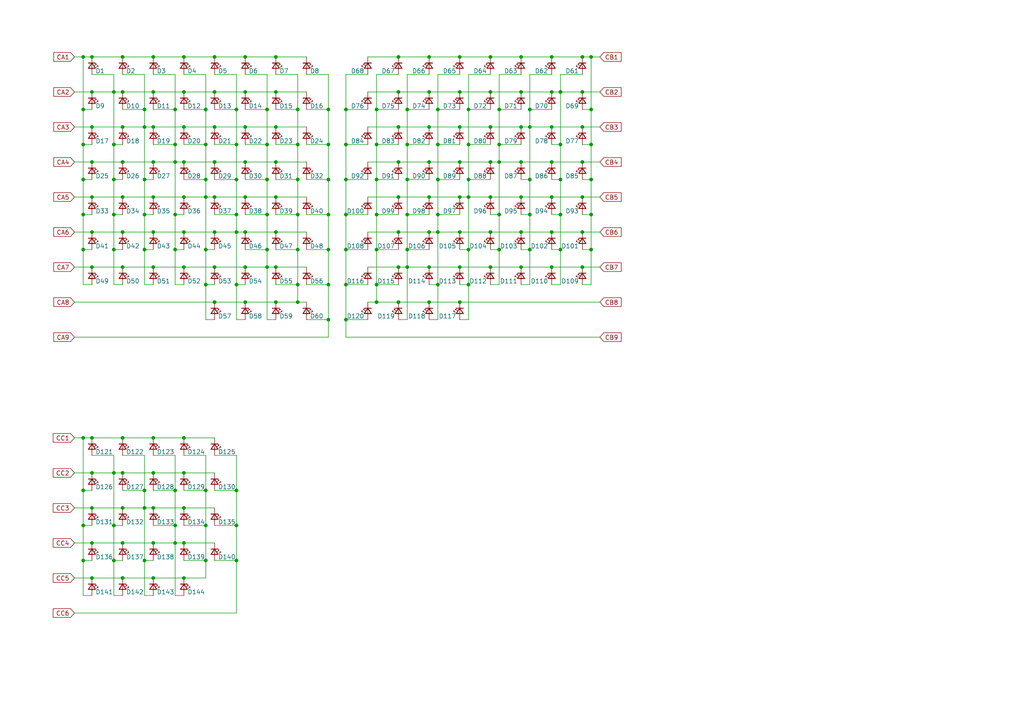
<source format=kicad_sch>
(kicad_sch (version 20231120) (generator "eeschema") (generator_version "8.0")
  (paper "A4")
  (junction (at 33.02 41.91))
  (junction (at 59.69 142.24))
  (junction (at 35.56 137.16))
  (junction (at 153.67 52.07))
  (junction (at 127 41.91))
  (junction (at 26.67 147.32))
  (junction (at 24.13 16.51))
  (junction (at 151.13 46.99))
  (junction (at 142.24 36.83))
  (junction (at 142.24 16.51))
  (junction (at 142.24 57.15))
  (junction (at 124.46 16.51))
  (junction (at 86.36 72.39))
  (junction (at 135.89 41.91))
  (junction (at 44.45 16.51))
  (junction (at 53.34 36.83))
  (junction (at 160.02 77.47))
  (junction (at 153.67 36.83))
  (junction (at 109.22 52.07))
  (junction (at 41.91 72.39))
  (junction (at 24.13 52.07))
  (junction (at 26.67 157.48))
  (junction (at 115.57 46.99))
  (junction (at 44.45 77.47))
  (junction (at 133.35 57.15))
  (junction (at 77.47 41.91))
  (junction (at 115.57 16.51))
  (junction (at 35.56 57.15))
  (junction (at 35.56 26.67))
  (junction (at 171.45 72.39))
  (junction (at 68.58 162.56))
  (junction (at 44.45 57.15))
  (junction (at 68.58 62.23))
  (junction (at 24.13 162.56))
  (junction (at 80.01 36.83))
  (junction (at 33.02 137.16))
  (junction (at 115.57 57.15))
  (junction (at 80.01 57.15))
  (junction (at 162.56 72.39))
  (junction (at 26.67 16.51))
  (junction (at 118.11 41.91))
  (junction (at 168.91 77.47))
  (junction (at 162.56 41.91))
  (junction (at 53.34 137.16))
  (junction (at 35.56 36.83))
  (junction (at 35.56 16.51))
  (junction (at 168.91 46.99))
  (junction (at 162.56 62.23))
  (junction (at 41.91 62.23))
  (junction (at 44.45 137.16))
  (junction (at 144.78 72.39))
  (junction (at 109.22 62.23))
  (junction (at 71.12 87.63))
  (junction (at 35.56 77.47))
  (junction (at 160.02 67.31))
  (junction (at 33.02 62.23))
  (junction (at 160.02 46.99))
  (junction (at 115.57 67.31))
  (junction (at 162.56 26.67))
  (junction (at 115.57 36.83))
  (junction (at 133.35 67.31))
  (junction (at 153.67 62.23))
  (junction (at 59.69 72.39))
  (junction (at 133.35 36.83))
  (junction (at 142.24 67.31))
  (junction (at 77.47 52.07))
  (junction (at 127 31.75))
  (junction (at 35.56 46.99))
  (junction (at 68.58 67.31))
  (junction (at 59.69 162.56))
  (junction (at 77.47 77.47))
  (junction (at 133.35 46.99))
  (junction (at 41.91 142.24))
  (junction (at 71.12 16.51))
  (junction (at 62.23 16.51))
  (junction (at 168.91 36.83))
  (junction (at 26.67 57.15))
  (junction (at 124.46 57.15))
  (junction (at 135.89 72.39))
  (junction (at 50.8 62.23))
  (junction (at 133.35 87.63))
  (junction (at 95.25 31.75))
  (junction (at 144.78 46.99))
  (junction (at 35.56 147.32))
  (junction (at 171.45 62.23))
  (junction (at 142.24 77.47))
  (junction (at 135.89 52.07))
  (junction (at 41.91 36.83))
  (junction (at 62.23 67.31))
  (junction (at 59.69 52.07))
  (junction (at 115.57 87.63))
  (junction (at 44.45 36.83))
  (junction (at 100.33 41.91))
  (junction (at 26.67 36.83))
  (junction (at 62.23 77.47))
  (junction (at 151.13 67.31))
  (junction (at 71.12 46.99))
  (junction (at 35.56 167.64))
  (junction (at 95.25 72.39))
  (junction (at 115.57 77.47))
  (junction (at 68.58 82.55))
  (junction (at 35.56 67.31))
  (junction (at 68.58 142.24))
  (junction (at 135.89 31.75))
  (junction (at 86.36 62.23))
  (junction (at 135.89 82.55))
  (junction (at 77.47 31.75))
  (junction (at 118.11 72.39))
  (junction (at 26.67 77.47))
  (junction (at 24.13 127))
  (junction (at 71.12 36.83))
  (junction (at 50.8 31.75))
  (junction (at 133.35 77.47))
  (junction (at 33.02 72.39))
  (junction (at 35.56 127))
  (junction (at 153.67 31.75))
  (junction (at 151.13 77.47))
  (junction (at 127 82.55))
  (junction (at 109.22 41.91))
  (junction (at 35.56 157.48))
  (junction (at 168.91 67.31))
  (junction (at 151.13 26.67))
  (junction (at 142.24 26.67))
  (junction (at 80.01 87.63))
  (junction (at 115.57 26.67))
  (junction (at 151.13 36.83))
  (junction (at 53.34 157.48))
  (junction (at 50.8 152.4))
  (junction (at 44.45 157.48))
  (junction (at 86.36 52.07))
  (junction (at 26.67 127))
  (junction (at 53.34 77.47))
  (junction (at 53.34 147.32))
  (junction (at 26.67 67.31))
  (junction (at 160.02 16.51))
  (junction (at 118.11 77.47))
  (junction (at 109.22 82.55))
  (junction (at 26.67 137.16))
  (junction (at 50.8 46.99))
  (junction (at 59.69 152.4))
  (junction (at 153.67 72.39))
  (junction (at 118.11 31.75))
  (junction (at 100.33 82.55))
  (junction (at 62.23 36.83))
  (junction (at 59.69 82.55))
  (junction (at 24.13 152.4))
  (junction (at 86.36 31.75))
  (junction (at 24.13 62.23))
  (junction (at 33.02 152.4))
  (junction (at 44.45 67.31))
  (junction (at 171.45 16.51))
  (junction (at 133.35 16.51))
  (junction (at 124.46 46.99))
  (junction (at 41.91 31.75))
  (junction (at 127 67.31))
  (junction (at 168.91 16.51))
  (junction (at 95.25 52.07))
  (junction (at 124.46 26.67))
  (junction (at 41.91 147.32))
  (junction (at 24.13 142.24))
  (junction (at 100.33 31.75))
  (junction (at 33.02 52.07))
  (junction (at 41.91 52.07))
  (junction (at 53.34 46.99))
  (junction (at 100.33 52.07))
  (junction (at 80.01 26.67))
  (junction (at 124.46 87.63))
  (junction (at 24.13 41.91))
  (junction (at 133.35 26.67))
  (junction (at 33.02 26.67))
  (junction (at 80.01 67.31))
  (junction (at 62.23 57.15))
  (junction (at 144.78 62.23))
  (junction (at 53.34 16.51))
  (junction (at 124.46 67.31))
  (junction (at 62.23 46.99))
  (junction (at 71.12 57.15))
  (junction (at 171.45 52.07))
  (junction (at 127 52.07))
  (junction (at 68.58 52.07))
  (junction (at 53.34 127))
  (junction (at 144.78 31.75))
  (junction (at 86.36 87.63))
  (junction (at 162.56 52.07))
  (junction (at 77.47 62.23))
  (junction (at 168.91 57.15))
  (junction (at 86.36 82.55))
  (junction (at 59.69 57.15))
  (junction (at 24.13 72.39))
  (junction (at 59.69 31.75))
  (junction (at 68.58 152.4))
  (junction (at 62.23 26.67))
  (junction (at 144.78 41.91))
  (junction (at 127 62.23))
  (junction (at 124.46 77.47))
  (junction (at 95.25 41.91))
  (junction (at 160.02 26.67))
  (junction (at 44.45 26.67))
  (junction (at 26.67 167.64))
  (junction (at 95.25 62.23))
  (junction (at 95.25 82.55))
  (junction (at 95.25 92.71))
  (junction (at 171.45 41.91))
  (junction (at 71.12 67.31))
  (junction (at 151.13 16.51))
  (junction (at 53.34 57.15))
  (junction (at 109.22 31.75))
  (junction (at 71.12 26.67))
  (junction (at 124.46 36.83))
  (junction (at 24.13 31.75))
  (junction (at 53.34 26.67))
  (junction (at 100.33 72.39))
  (junction (at 109.22 72.39))
  (junction (at 26.67 46.99))
  (junction (at 50.8 72.39))
  (junction (at 71.12 77.47))
  (junction (at 53.34 167.64))
  (junction (at 77.47 72.39))
  (junction (at 100.33 62.23))
  (junction (at 135.89 57.15))
  (junction (at 80.01 16.51))
  (junction (at 44.45 46.99))
  (junction (at 68.58 31.75))
  (junction (at 168.91 26.67))
  (junction (at 50.8 157.48))
  (junction (at 44.45 167.64))
  (junction (at 118.11 52.07))
  (junction (at 100.33 92.71))
  (junction (at 109.22 87.63))
  (junction (at 33.02 162.56))
  (junction (at 80.01 46.99))
  (junction (at 62.23 87.63))
  (junction (at 50.8 41.91))
  (junction (at 50.8 142.24))
  (junction (at 68.58 41.91))
  (junction (at 44.45 147.32))
  (junction (at 41.91 162.56))
  (junction (at 53.34 67.31))
  (junction (at 160.02 36.83))
  (junction (at 86.36 41.91))
  (junction (at 26.67 26.67))
  (junction (at 118.11 62.23))
  (junction (at 160.02 57.15))
  (junction (at 44.45 127))
  (junction (at 80.01 77.47))
  (junction (at 59.69 41.91))
  (junction (at 151.13 57.15))
  (junction (at 171.45 31.75))
  (junction (at 142.24 46.99))
  (wire (pts (xy 35.56 157.48) (xy 44.45 157.48)))
  (wire (pts (xy 153.67 36.83) (xy 153.67 31.75)))
  (wire (pts (xy 41.91 36.83) (xy 44.45 36.83)))
  (wire (pts (xy 100.33 72.39) (xy 100.33 82.55)))
  (wire (pts (xy 142.24 77.47) (xy 133.35 77.47)))
  (wire (pts (xy 41.91 31.75) (xy 41.91 21.59)))
  (wire (pts (xy 109.22 31.75) (xy 109.22 41.91)))
  (wire (pts (xy 115.57 21.59) (xy 109.22 21.59)))
  (wire (pts (xy 62.23 36.83) (xy 71.12 36.83)))
  (wire (pts (xy 151.13 36.83) (xy 142.24 36.83)))
  (wire (pts (xy 26.67 167.64) (xy 35.56 167.64)))
  (wire (pts (xy 44.45 67.31) (xy 53.34 67.31)))
  (wire (pts (xy 50.8 157.48) (xy 50.8 152.4)))
  (wire (pts (xy 21.59 46.99) (xy 26.67 46.99)))
  (wire (pts (xy 35.56 137.16) (xy 44.45 137.16)))
  (wire (pts (xy 115.57 46.99) (xy 106.68 46.99)))
  (wire (pts (xy 127 21.59) (xy 133.35 21.59)))
  (wire (pts (xy 33.02 132.08) (xy 26.67 132.08)))
  (wire (pts (xy 133.35 57.15) (xy 124.46 57.15)))
  (wire (pts (xy 50.8 157.48) (xy 53.34 157.48)))
  (wire (pts (xy 135.89 82.55) (xy 135.89 72.39)))
  (wire (pts (xy 115.57 26.67) (xy 106.68 26.67)))
  (wire (pts (xy 44.45 137.16) (xy 53.34 137.16)))
  (wire (pts (xy 88.9 31.75) (xy 95.25 31.75)))
  (wire (pts (xy 171.45 16.51) (xy 171.45 31.75)))
  (wire (pts (xy 21.59 26.67) (xy 26.67 26.67)))
  (wire (pts (xy 135.89 82.55) (xy 133.35 82.55)))
  (wire (pts (xy 124.46 72.39) (xy 118.11 72.39)))
  (wire (pts (xy 21.59 157.48) (xy 26.67 157.48)))
  (wire (pts (xy 86.36 52.07) (xy 86.36 62.23)))
  (wire (pts (xy 135.89 21.59) (xy 142.24 21.59)))
  (wire (pts (xy 171.45 72.39) (xy 171.45 82.55)))
  (wire (pts (xy 59.69 92.71) (xy 59.69 82.55)))
  (wire (pts (xy 21.59 87.63) (xy 62.23 87.63)))
  (wire (pts (xy 24.13 162.56) (xy 26.67 162.56)))
  (wire (pts (xy 80.01 36.83) (xy 88.9 36.83)))
  (wire (pts (xy 50.8 21.59) (xy 44.45 21.59)))
  (wire (pts (xy 21.59 127) (xy 24.13 127)))
  (wire (pts (xy 88.9 52.07) (xy 95.25 52.07)))
  (wire (pts (xy 115.57 31.75) (xy 109.22 31.75)))
  (wire (pts (xy 68.58 152.4) (xy 68.58 142.24)))
  (wire (pts (xy 153.67 72.39) (xy 151.13 72.39)))
  (wire (pts (xy 41.91 147.32) (xy 41.91 142.24)))
  (wire (pts (xy 24.13 16.51) (xy 26.67 16.51)))
  (wire (pts (xy 160.02 26.67) (xy 151.13 26.67)))
  (wire (pts (xy 33.02 152.4) (xy 33.02 137.16)))
  (wire (pts (xy 144.78 62.23) (xy 142.24 62.23)))
  (wire (pts (xy 86.36 87.63) (xy 88.9 87.63)))
  (wire (pts (xy 33.02 21.59) (xy 26.67 21.59)))
  (wire (pts (xy 53.34 36.83) (xy 62.23 36.83)))
  (wire (pts (xy 59.69 52.07) (xy 59.69 41.91)))
  (wire (pts (xy 21.59 177.8) (xy 68.58 177.8)))
  (wire (pts (xy 24.13 41.91) (xy 24.13 52.07)))
  (wire (pts (xy 50.8 72.39) (xy 50.8 62.23)))
  (wire (pts (xy 68.58 67.31) (xy 68.58 62.23)))
  (wire (pts (xy 144.78 72.39) (xy 144.78 62.23)))
  (wire (pts (xy 59.69 82.55) (xy 59.69 72.39)))
  (wire (pts (xy 80.01 21.59) (xy 86.36 21.59)))
  (wire (pts (xy 44.45 26.67) (xy 53.34 26.67)))
  (wire (pts (xy 124.46 87.63) (xy 115.57 87.63)))
  (wire (pts (xy 71.12 31.75) (xy 77.47 31.75)))
  (wire (pts (xy 88.9 72.39) (xy 95.25 72.39)))
  (wire (pts (xy 95.25 52.07) (xy 95.25 62.23)))
  (wire (pts (xy 71.12 21.59) (xy 77.47 21.59)))
  (wire (pts (xy 95.25 92.71) (xy 95.25 97.79)))
  (wire (pts (xy 162.56 52.07) (xy 160.02 52.07)))
  (wire (pts (xy 118.11 52.07) (xy 118.11 41.91)))
  (wire (pts (xy 144.78 46.99) (xy 142.24 46.99)))
  (wire (pts (xy 33.02 52.07) (xy 35.56 52.07)))
  (wire (pts (xy 86.36 62.23) (xy 86.36 72.39)))
  (wire (pts (xy 44.45 77.47) (xy 53.34 77.47)))
  (wire (pts (xy 124.46 52.07) (xy 118.11 52.07)))
  (wire (pts (xy 68.58 62.23) (xy 68.58 52.07)))
  (wire (pts (xy 35.56 142.24) (xy 41.91 142.24)))
  (wire (pts (xy 80.01 52.07) (xy 86.36 52.07)))
  (wire (pts (xy 24.13 16.51) (xy 24.13 31.75)))
  (wire (pts (xy 71.12 26.67) (xy 80.01 26.67)))
  (wire (pts (xy 127 92.71) (xy 124.46 92.71)))
  (wire (pts (xy 68.58 162.56) (xy 68.58 152.4)))
  (wire (pts (xy 95.25 21.59) (xy 95.25 31.75)))
  (wire (pts (xy 144.78 41.91) (xy 144.78 31.75)))
  (wire (pts (xy 133.35 62.23) (xy 127 62.23)))
  (wire (pts (xy 62.23 46.99) (xy 71.12 46.99)))
  (wire (pts (xy 44.45 31.75) (xy 50.8 31.75)))
  (wire (pts (xy 68.58 82.55) (xy 71.12 82.55)))
  (wire (pts (xy 41.91 62.23) (xy 41.91 52.07)))
  (wire (pts (xy 171.45 72.39) (xy 168.91 72.39)))
  (wire (pts (xy 115.57 36.83) (xy 106.68 36.83)))
  (wire (pts (xy 53.34 77.47) (xy 62.23 77.47)))
  (wire (pts (xy 62.23 67.31) (xy 68.58 67.31)))
  (wire (pts (xy 41.91 82.55) (xy 44.45 82.55)))
  (wire (pts (xy 109.22 52.07) (xy 109.22 62.23)))
  (wire (pts (xy 142.24 52.07) (xy 135.89 52.07)))
  (wire (pts (xy 153.67 82.55) (xy 151.13 82.55)))
  (wire (pts (xy 53.34 57.15) (xy 59.69 57.15)))
  (wire (pts (xy 71.12 36.83) (xy 80.01 36.83)))
  (wire (pts (xy 50.8 62.23) (xy 50.8 46.99)))
  (wire (pts (xy 53.34 26.67) (xy 62.23 26.67)))
  (wire (pts (xy 59.69 57.15) (xy 59.69 52.07)))
  (wire (pts (xy 124.46 21.59) (xy 118.11 21.59)))
  (wire (pts (xy 33.02 62.23) (xy 33.02 52.07)))
  (wire (pts (xy 173.99 57.15) (xy 168.91 57.15)))
  (wire (pts (xy 21.59 36.83) (xy 26.67 36.83)))
  (wire (pts (xy 41.91 21.59) (xy 35.56 21.59)))
  (wire (pts (xy 80.01 77.47) (xy 88.9 77.47)))
  (wire (pts (xy 127 82.55) (xy 127 67.31)))
  (wire (pts (xy 68.58 142.24) (xy 68.58 132.08)))
  (wire (pts (xy 171.45 82.55) (xy 168.91 82.55)))
  (wire (pts (xy 153.67 36.83) (xy 151.13 36.83)))
  (wire (pts (xy 33.02 72.39) (xy 35.56 72.39)))
  (wire (pts (xy 50.8 82.55) (xy 53.34 82.55)))
  (wire (pts (xy 59.69 162.56) (xy 59.69 152.4)))
  (wire (pts (xy 168.91 67.31) (xy 160.02 67.31)))
  (wire (pts (xy 151.13 77.47) (xy 142.24 77.47)))
  (wire (pts (xy 26.67 46.99) (xy 35.56 46.99)))
  (wire (pts (xy 100.33 62.23) (xy 100.33 72.39)))
  (wire (pts (xy 160.02 31.75) (xy 153.67 31.75)))
  (wire (pts (xy 33.02 162.56) (xy 35.56 162.56)))
  (wire (pts (xy 50.8 82.55) (xy 50.8 72.39)))
  (wire (pts (xy 26.67 36.83) (xy 35.56 36.83)))
  (wire (pts (xy 53.34 127) (xy 62.23 127)))
  (wire (pts (xy 115.57 16.51) (xy 106.68 16.51)))
  (wire (pts (xy 41.91 72.39) (xy 41.91 62.23)))
  (wire (pts (xy 71.12 87.63) (xy 80.01 87.63)))
  (wire (pts (xy 71.12 72.39) (xy 77.47 72.39)))
  (wire (pts (xy 162.56 26.67) (xy 160.02 26.67)))
  (wire (pts (xy 151.13 67.31) (xy 142.24 67.31)))
  (wire (pts (xy 168.91 77.47) (xy 160.02 77.47)))
  (wire (pts (xy 171.45 52.07) (xy 171.45 62.23)))
  (wire (pts (xy 133.35 41.91) (xy 127 41.91)))
  (wire (pts (xy 59.69 72.39) (xy 59.69 57.15)))
  (wire (pts (xy 95.25 82.55) (xy 95.25 92.71)))
  (wire (pts (xy 62.23 16.51) (xy 71.12 16.51)))
  (wire (pts (xy 24.13 152.4) (xy 26.67 152.4)))
  (wire (pts (xy 142.24 16.51) (xy 133.35 16.51)))
  (wire (pts (xy 153.67 62.23) (xy 151.13 62.23)))
  (wire (pts (xy 41.91 162.56) (xy 44.45 162.56)))
  (wire (pts (xy 86.36 21.59) (xy 86.36 31.75)))
  (wire (pts (xy 133.35 52.07) (xy 127 52.07)))
  (wire (pts (xy 88.9 62.23) (xy 95.25 62.23)))
  (wire (pts (xy 106.68 31.75) (xy 100.33 31.75)))
  (wire (pts (xy 24.13 82.55) (xy 26.67 82.55)))
  (wire (pts (xy 168.91 46.99) (xy 160.02 46.99)))
  (wire (pts (xy 106.68 92.71) (xy 100.33 92.71)))
  (wire (pts (xy 35.56 57.15) (xy 44.45 57.15)))
  (wire (pts (xy 124.46 41.91) (xy 118.11 41.91)))
  (wire (pts (xy 133.35 26.67) (xy 124.46 26.67)))
  (wire (pts (xy 109.22 41.91) (xy 109.22 52.07)))
  (wire (pts (xy 135.89 41.91) (xy 135.89 31.75)))
  (wire (pts (xy 162.56 82.55) (xy 162.56 72.39)))
  (wire (pts (xy 144.78 21.59) (xy 151.13 21.59)))
  (wire (pts (xy 44.45 127) (xy 53.34 127)))
  (wire (pts (xy 124.46 46.99) (xy 115.57 46.99)))
  (wire (pts (xy 133.35 67.31) (xy 127 67.31)))
  (wire (pts (xy 33.02 82.55) (xy 35.56 82.55)))
  (wire (pts (xy 133.35 87.63) (xy 124.46 87.63)))
  (wire (pts (xy 109.22 62.23) (xy 109.22 72.39)))
  (wire (pts (xy 109.22 72.39) (xy 109.22 82.55)))
  (wire (pts (xy 133.35 16.51) (xy 124.46 16.51)))
  (wire (pts (xy 77.47 92.71) (xy 77.47 77.47)))
  (wire (pts (xy 80.01 87.63) (xy 86.36 87.63)))
  (wire (pts (xy 68.58 41.91) (xy 68.58 31.75)))
  (wire (pts (xy 33.02 41.91) (xy 35.56 41.91)))
  (wire (pts (xy 173.99 77.47) (xy 168.91 77.47)))
  (wire (pts (xy 50.8 31.75) (xy 50.8 21.59)))
  (wire (pts (xy 144.78 82.55) (xy 142.24 82.55)))
  (wire (pts (xy 153.67 21.59) (xy 160.02 21.59)))
  (wire (pts (xy 53.34 52.07) (xy 59.69 52.07)))
  (wire (pts (xy 21.59 167.64) (xy 26.67 167.64)))
  (wire (pts (xy 142.24 31.75) (xy 135.89 31.75)))
  (wire (pts (xy 118.11 62.23) (xy 118.11 52.07)))
  (wire (pts (xy 24.13 72.39) (xy 26.67 72.39)))
  (wire (pts (xy 26.67 77.47) (xy 35.56 77.47)))
  (wire (pts (xy 162.56 72.39) (xy 162.56 62.23)))
  (wire (pts (xy 21.59 77.47) (xy 26.67 77.47)))
  (wire (pts (xy 133.35 46.99) (xy 124.46 46.99)))
  (wire (pts (xy 44.45 16.51) (xy 53.34 16.51)))
  (wire (pts (xy 26.67 147.32) (xy 35.56 147.32)))
  (wire (pts (xy 59.69 142.24) (xy 59.69 132.08)))
  (wire (pts (xy 173.99 36.83) (xy 168.91 36.83)))
  (wire (pts (xy 160.02 57.15) (xy 151.13 57.15)))
  (wire (pts (xy 133.35 77.47) (xy 124.46 77.47)))
  (wire (pts (xy 33.02 162.56) (xy 33.02 152.4)))
  (wire (pts (xy 68.58 92.71) (xy 68.58 82.55)))
  (wire (pts (xy 124.46 26.67) (xy 115.57 26.67)))
  (wire (pts (xy 33.02 52.07) (xy 33.02 41.91)))
  (wire (pts (xy 59.69 152.4) (xy 59.69 142.24)))
  (wire (pts (xy 53.34 31.75) (xy 59.69 31.75)))
  (wire (pts (xy 53.34 152.4) (xy 59.69 152.4)))
  (wire (pts (xy 59.69 167.64) (xy 59.69 162.56)))
  (wire (pts (xy 135.89 92.71) (xy 135.89 82.55)))
  (wire (pts (xy 142.24 41.91) (xy 135.89 41.91)))
  (wire (pts (xy 77.47 41.91) (xy 77.47 31.75)))
  (wire (pts (xy 88.9 41.91) (xy 95.25 41.91)))
  (wire (pts (xy 41.91 172.72) (xy 44.45 172.72)))
  (wire (pts (xy 124.46 36.83) (xy 115.57 36.83)))
  (wire (pts (xy 153.67 52.07) (xy 151.13 52.07)))
  (wire (pts (xy 86.36 82.55) (xy 86.36 87.63)))
  (wire (pts (xy 162.56 62.23) (xy 160.02 62.23)))
  (wire (pts (xy 50.8 46.99) (xy 53.34 46.99)))
  (wire (pts (xy 171.45 62.23) (xy 168.91 62.23)))
  (wire (pts (xy 162.56 82.55) (xy 160.02 82.55)))
  (wire (pts (xy 33.02 26.67) (xy 33.02 21.59)))
  (wire (pts (xy 71.12 46.99) (xy 80.01 46.99)))
  (wire (pts (xy 88.9 82.55) (xy 95.25 82.55)))
  (wire (pts (xy 71.12 41.91) (xy 77.47 41.91)))
  (wire (pts (xy 144.78 62.23) (xy 144.78 46.99)))
  (wire (pts (xy 24.13 62.23) (xy 24.13 72.39)))
  (wire (pts (xy 80.01 16.51) (xy 88.9 16.51)))
  (wire (pts (xy 24.13 41.91) (xy 26.67 41.91)))
  (wire (pts (xy 135.89 92.71) (xy 133.35 92.71)))
  (wire (pts (xy 71.12 52.07) (xy 77.47 52.07)))
  (wire (pts (xy 133.35 36.83) (xy 124.46 36.83)))
  (wire (pts (xy 160.02 77.47) (xy 151.13 77.47)))
  (wire (pts (xy 41.91 52.07) (xy 41.91 36.83)))
  (wire (pts (xy 35.56 31.75) (xy 41.91 31.75)))
  (wire (pts (xy 153.67 72.39) (xy 153.67 62.23)))
  (wire (pts (xy 124.46 57.15) (xy 115.57 57.15)))
  (wire (pts (xy 171.45 52.07) (xy 168.91 52.07)))
  (wire (pts (xy 171.45 62.23) (xy 171.45 72.39)))
  (wire (pts (xy 95.25 41.91) (xy 95.25 52.07)))
  (wire (pts (xy 33.02 62.23) (xy 35.56 62.23)))
  (wire (pts (xy 162.56 26.67) (xy 162.56 21.59)))
  (wire (pts (xy 68.58 82.55) (xy 68.58 67.31)))
  (wire (pts (xy 86.36 72.39) (xy 86.36 82.55)))
  (wire (pts (xy 35.56 147.32) (xy 41.91 147.32)))
  (wire (pts (xy 35.56 16.51) (xy 44.45 16.51)))
  (wire (pts (xy 62.23 62.23) (xy 68.58 62.23)))
  (wire (pts (xy 106.68 62.23) (xy 100.33 62.23)))
  (wire (pts (xy 144.78 82.55) (xy 144.78 72.39)))
  (wire (pts (xy 50.8 142.24) (xy 50.8 132.08)))
  (wire (pts (xy 127 41.91) (xy 127 31.75)))
  (wire (pts (xy 171.45 41.91) (xy 171.45 52.07)))
  (wire (pts (xy 127 31.75) (xy 127 21.59)))
  (wire (pts (xy 33.02 152.4) (xy 35.56 152.4)))
  (wire (pts (xy 109.22 82.55) (xy 109.22 87.63)))
  (wire (pts (xy 53.34 16.51) (xy 62.23 16.51)))
  (wire (pts (xy 53.34 167.64) (xy 59.69 167.64)))
  (wire (pts (xy 109.22 87.63) (xy 106.68 87.63)))
  (wire (pts (xy 100.33 31.75) (xy 100.33 41.91)))
  (wire (pts (xy 24.13 52.07) (xy 26.67 52.07)))
  (wire (pts (xy 115.57 62.23) (xy 109.22 62.23)))
  (wire (pts (xy 35.56 46.99) (xy 44.45 46.99)))
  (wire (pts (xy 142.24 57.15) (xy 135.89 57.15)))
  (wire (pts (xy 41.91 72.39) (xy 44.45 72.39)))
  (wire (pts (xy 127 67.31) (xy 124.46 67.31)))
  (wire (pts (xy 160.02 46.99) (xy 151.13 46.99)))
  (wire (pts (xy 26.67 16.51) (xy 35.56 16.51)))
  (wire (pts (xy 124.46 77.47) (xy 118.11 77.47)))
  (wire (pts (xy 62.23 41.91) (xy 68.58 41.91)))
  (wire (pts (xy 173.99 67.31) (xy 168.91 67.31)))
  (wire (pts (xy 160.02 36.83) (xy 153.67 36.83)))
  (wire (pts (xy 135.89 31.75) (xy 135.89 21.59)))
  (wire (pts (xy 127 52.07) (xy 127 41.91)))
  (wire (pts (xy 80.01 41.91) (xy 86.36 41.91)))
  (wire (pts (xy 24.13 52.07) (xy 24.13 62.23)))
  (wire (pts (xy 151.13 31.75) (xy 144.78 31.75)))
  (wire (pts (xy 44.45 142.24) (xy 50.8 142.24)))
  (wire (pts (xy 160.02 67.31) (xy 151.13 67.31)))
  (wire (pts (xy 44.45 41.91) (xy 50.8 41.91)))
  (wire (pts (xy 171.45 31.75) (xy 171.45 41.91)))
  (wire (pts (xy 50.8 172.72) (xy 53.34 172.72)))
  (wire (pts (xy 24.13 142.24) (xy 26.67 142.24)))
  (wire (pts (xy 41.91 82.55) (xy 41.91 72.39)))
  (wire (pts (xy 21.59 97.79) (xy 95.25 97.79)))
  (wire (pts (xy 33.02 82.55) (xy 33.02 72.39)))
  (wire (pts (xy 21.59 57.15) (xy 26.67 57.15)))
  (wire (pts (xy 53.34 137.16) (xy 62.23 137.16)))
  (wire (pts (xy 21.59 67.31) (xy 26.67 67.31)))
  (wire (pts (xy 88.9 92.71) (xy 95.25 92.71)))
  (wire (pts (xy 62.23 87.63) (xy 71.12 87.63)))
  (wire (pts (xy 68.58 21.59) (xy 62.23 21.59)))
  (wire (pts (xy 50.8 62.23) (xy 53.34 62.23)))
  (wire (pts (xy 160.02 16.51) (xy 151.13 16.51)))
  (wire (pts (xy 162.56 52.07) (xy 162.56 41.91)))
  (wire (pts (xy 106.68 21.59) (xy 100.33 21.59)))
  (wire (pts (xy 144.78 72.39) (xy 142.24 72.39)))
  (wire (pts (xy 86.36 41.91) (xy 86.36 52.07)))
  (wire (pts (xy 62.23 162.56) (xy 68.58 162.56)))
  (wire (pts (xy 127 67.31) (xy 127 62.23)))
  (wire (pts (xy 118.11 77.47) (xy 115.57 77.47)))
  (wire (pts (xy 171.45 31.75) (xy 168.91 31.75)))
  (wire (pts (xy 173.99 46.99) (xy 168.91 46.99)))
  (wire (pts (xy 44.45 167.64) (xy 53.34 167.64)))
  (wire (pts (xy 173.99 16.51) (xy 171.45 16.51)))
  (wire (pts (xy 24.13 152.4) (xy 24.13 162.56)))
  (wire (pts (xy 26.67 26.67) (xy 33.02 26.67)))
  (wire (pts (xy 68.58 162.56) (xy 68.58 177.8)))
  (wire (pts (xy 127 82.55) (xy 124.46 82.55)))
  (wire (pts (xy 71.12 57.15) (xy 80.01 57.15)))
  (wire (pts (xy 77.47 62.23) (xy 77.47 52.07)))
  (wire (pts (xy 168.91 57.15) (xy 160.02 57.15)))
  (wire (pts (xy 33.02 26.67) (xy 35.56 26.67)))
  (wire (pts (xy 33.02 137.16) (xy 33.02 132.08)))
  (wire (pts (xy 80.01 72.39) (xy 86.36 72.39)))
  (wire (pts (xy 26.67 127) (xy 35.56 127)))
  (wire (pts (xy 77.47 77.47) (xy 80.01 77.47)))
  (wire (pts (xy 24.13 142.24) (xy 24.13 152.4)))
  (wire (pts (xy 133.35 31.75) (xy 127 31.75)))
  (wire (pts (xy 26.67 67.31) (xy 35.56 67.31)))
  (wire (pts (xy 53.34 46.99) (xy 62.23 46.99)))
  (wire (pts (xy 151.13 26.67) (xy 142.24 26.67)))
  (wire (pts (xy 100.33 41.91) (xy 100.33 52.07)))
  (wire (pts (xy 62.23 31.75) (xy 68.58 31.75)))
  (wire (pts (xy 80.01 82.55) (xy 86.36 82.55)))
  (wire (pts (xy 118.11 41.91) (xy 118.11 31.75)))
  (wire (pts (xy 168.91 36.83) (xy 160.02 36.83)))
  (wire (pts (xy 142.24 26.67) (xy 133.35 26.67)))
  (wire (pts (xy 59.69 132.08) (xy 53.34 132.08)))
  (wire (pts (xy 44.45 152.4) (xy 50.8 152.4)))
  (wire (pts (xy 77.47 77.47) (xy 77.47 72.39)))
  (wire (pts (xy 100.33 52.07) (xy 100.33 62.23)))
  (wire (pts (xy 151.13 57.15) (xy 142.24 57.15)))
  (wire (pts (xy 109.22 21.59) (xy 109.22 31.75)))
  (wire (pts (xy 33.02 172.72) (xy 35.56 172.72)))
  (wire (pts (xy 53.34 41.91) (xy 59.69 41.91)))
  (wire (pts (xy 71.12 62.23) (xy 77.47 62.23)))
  (wire (pts (xy 115.57 72.39) (xy 109.22 72.39)))
  (wire (pts (xy 68.58 52.07) (xy 68.58 41.91)))
  (wire (pts (xy 151.13 41.91) (xy 144.78 41.91)))
  (wire (pts (xy 106.68 52.07) (xy 100.33 52.07)))
  (wire (pts (xy 26.67 57.15) (xy 35.56 57.15)))
  (wire (pts (xy 118.11 92.71) (xy 115.57 92.71)))
  (wire (pts (xy 127 92.71) (xy 127 82.55)))
  (wire (pts (xy 80.01 57.15) (xy 88.9 57.15)))
  (wire (pts (xy 62.23 77.47) (xy 71.12 77.47)))
  (wire (pts (xy 153.67 62.23) (xy 153.67 52.07)))
  (wire (pts (xy 24.13 72.39) (xy 24.13 82.55)))
  (wire (pts (xy 62.23 132.08) (xy 68.58 132.08)))
  (wire (pts (xy 35.56 77.47) (xy 44.45 77.47)))
  (wire (pts (xy 95.25 62.23) (xy 95.25 72.39)))
  (wire (pts (xy 124.46 62.23) (xy 118.11 62.23)))
  (wire (pts (xy 153.67 31.75) (xy 153.67 21.59)))
  (wire (pts (xy 41.91 36.83) (xy 41.91 31.75)))
  (wire (pts (xy 50.8 72.39) (xy 53.34 72.39)))
  (wire (pts (xy 162.56 72.39) (xy 160.02 72.39)))
  (wire (pts (xy 106.68 72.39) (xy 100.33 72.39)))
  (wire (pts (xy 115.57 52.07) (xy 109.22 52.07)))
  (wire (pts (xy 118.11 77.47) (xy 118.11 72.39)))
  (wire (pts (xy 135.89 52.07) (xy 135.89 41.91)))
  (wire (pts (xy 173.99 97.79) (xy 100.33 97.79)))
  (wire (pts (xy 41.91 52.07) (xy 44.45 52.07)))
  (wire (pts (xy 33.02 72.39) (xy 33.02 62.23)))
  (wire (pts (xy 59.69 41.91) (xy 59.69 31.75)))
  (wire (pts (xy 68.58 31.75) (xy 68.58 21.59)))
  (wire (pts (xy 68.58 92.71) (xy 71.12 92.71)))
  (wire (pts (xy 115.57 82.55) (xy 109.22 82.55)))
  (wire (pts (xy 153.67 52.07) (xy 153.67 36.83)))
  (wire (pts (xy 77.47 52.07) (xy 77.47 41.91)))
  (wire (pts (xy 168.91 16.51) (xy 160.02 16.51)))
  (wire (pts (xy 115.57 77.47) (xy 106.68 77.47)))
  (wire (pts (xy 88.9 21.59) (xy 95.25 21.59)))
  (wire (pts (xy 171.45 41.91) (xy 168.91 41.91)))
  (wire (pts (xy 86.36 31.75) (xy 86.36 41.91)))
  (wire (pts (xy 35.56 127) (xy 44.45 127)))
  (wire (pts (xy 50.8 172.72) (xy 50.8 157.48)))
  (wire (pts (xy 21.59 137.16) (xy 26.67 137.16)))
  (wire (pts (xy 95.25 31.75) (xy 95.25 41.91)))
  (wire (pts (xy 53.34 67.31) (xy 62.23 67.31)))
  (wire (pts (xy 135.89 72.39) (xy 133.35 72.39)))
  (wire (pts (xy 115.57 67.31) (xy 106.68 67.31)))
  (wire (pts (xy 44.45 46.99) (xy 50.8 46.99)))
  (wire (pts (xy 41.91 172.72) (xy 41.91 162.56)))
  (wire (pts (xy 59.69 31.75) (xy 59.69 21.59)))
  (wire (pts (xy 21.59 16.51) (xy 24.13 16.51)))
  (wire (pts (xy 124.46 31.75) (xy 118.11 31.75)))
  (wire (pts (xy 59.69 82.55) (xy 62.23 82.55)))
  (wire (pts (xy 77.47 72.39) (xy 77.47 62.23)))
  (wire (pts (xy 162.56 41.91) (xy 160.02 41.91)))
  (wire (pts (xy 115.57 57.15) (xy 106.68 57.15)))
  (wire (pts (xy 168.91 26.67) (xy 162.56 26.67)))
  (wire (pts (xy 44.45 157.48) (xy 50.8 157.48)))
  (wire (pts (xy 50.8 46.99) (xy 50.8 41.91)))
  (wire (pts (xy 124.46 67.31) (xy 115.57 67.31)))
  (wire (pts (xy 33.02 137.16) (xy 35.56 137.16)))
  (wire (pts (xy 142.24 67.31) (xy 133.35 67.31)))
  (wire (pts (xy 173.99 87.63) (xy 133.35 87.63)))
  (wire (pts (xy 118.11 31.75) (xy 118.11 21.59)))
  (wire (pts (xy 95.25 72.39) (xy 95.25 82.55)))
  (wire (pts (xy 80.01 67.31) (xy 88.9 67.31)))
  (wire (pts (xy 151.13 46.99) (xy 144.78 46.99)))
  (wire (pts (xy 80.01 26.67) (xy 88.9 26.67)))
  (wire (pts (xy 50.8 152.4) (xy 50.8 142.24)))
  (wire (pts (xy 153.67 82.55) (xy 153.67 72.39)))
  (wire (pts (xy 24.13 31.75) (xy 26.67 31.75)))
  (wire (pts (xy 35.56 36.83) (xy 41.91 36.83)))
  (wire (pts (xy 41.91 142.24) (xy 41.91 132.08)))
  (wire (pts (xy 142.24 46.99) (xy 133.35 46.99)))
  (wire (pts (xy 135.89 72.39) (xy 135.89 57.15)))
  (wire (pts (xy 106.68 41.91) (xy 100.33 41.91)))
  (wire (pts (xy 144.78 31.75) (xy 144.78 21.59)))
  (wire (pts (xy 115.57 87.63) (xy 109.22 87.63)))
  (wire (pts (xy 53.34 162.56) (xy 59.69 162.56)))
  (wire (pts (xy 171.45 16.51) (xy 168.91 16.51)))
  (wire (pts (xy 62.23 57.15) (xy 71.12 57.15)))
  (wire (pts (xy 53.34 142.24) (xy 59.69 142.24)))
  (wire (pts (xy 33.02 172.72) (xy 33.02 162.56)))
  (wire (pts (xy 62.23 52.07) (xy 68.58 52.07)))
  (wire (pts (xy 35.56 67.31) (xy 44.45 67.31)))
  (wire (pts (xy 35.56 167.64) (xy 44.45 167.64)))
  (wire (pts (xy 162.56 62.23) (xy 162.56 52.07)))
  (wire (pts (xy 100.33 21.59) (xy 100.33 31.75)))
  (wire (pts (xy 59.69 72.39) (xy 62.23 72.39)))
  (wire (pts (xy 44.45 147.32) (xy 53.34 147.32)))
  (wire (pts (xy 53.34 147.32) (xy 62.23 147.32)))
  (wire (pts (xy 59.69 57.15) (xy 62.23 57.15)))
  (wire (pts (xy 151.13 16.51) (xy 142.24 16.51)))
  (wire (pts (xy 106.68 82.55) (xy 100.33 82.55)))
  (wire (pts (xy 24.13 31.75) (xy 24.13 41.91)))
  (wire (pts (xy 77.47 92.71) (xy 80.01 92.71)))
  (wire (pts (xy 135.89 57.15) (xy 133.35 57.15)))
  (wire (pts (xy 80.01 31.75) (xy 86.36 31.75)))
  (wire (pts (xy 77.47 31.75) (xy 77.47 21.59)))
  (wire (pts (xy 135.89 57.15) (xy 135.89 52.07)))
  (wire (pts (xy 62.23 142.24) (xy 68.58 142.24)))
  (wire (pts (xy 124.46 16.51) (xy 115.57 16.51)))
  (wire (pts (xy 44.45 57.15) (xy 53.34 57.15)))
  (wire (pts (xy 80.01 46.99) (xy 88.9 46.99)))
  (wire (pts (xy 59.69 92.71) (xy 62.23 92.71)))
  (wire (pts (xy 26.67 157.48) (xy 35.56 157.48)))
  (wire (pts (xy 59.69 21.59) (xy 53.34 21.59)))
  (wire (pts (xy 127 62.23) (xy 127 52.07)))
  (wire (pts (xy 80.01 62.23) (xy 86.36 62.23)))
  (wire (pts (xy 24.13 172.72) (xy 26.67 172.72)))
  (wire (pts (xy 50.8 132.08) (xy 44.45 132.08)))
  (wire (pts (xy 24.13 127) (xy 26.67 127)))
  (wire (pts (xy 173.99 26.67) (xy 168.91 26.67)))
  (wire (pts (xy 33.02 41.91) (xy 33.02 26.67)))
  (wire (pts (xy 118.11 72.39) (xy 118.11 62.23)))
  (wire (pts (xy 115.57 41.91) (xy 109.22 41.91)))
  (wire (pts (xy 100.33 82.55) (xy 100.33 92.71)))
  (wire (pts (xy 100.33 92.71) (xy 100.33 97.79)))
  (wire (pts (xy 26.67 137.16) (xy 33.02 137.16)))
  (wire (pts (xy 41.91 62.23) (xy 44.45 62.23)))
  (wire (pts (xy 24.13 127) (xy 24.13 142.24)))
  (wire (pts (xy 68.58 67.31) (xy 71.12 67.31)))
  (wire (pts (xy 35.56 26.67) (xy 44.45 26.67)))
  (wire (pts (xy 24.13 162.56) (xy 24.13 172.72)))
  (wire (pts (xy 21.59 147.32) (xy 26.67 147.32)))
  (wire (pts (xy 162.56 41.91) (xy 162.56 26.67)))
  (wire (pts (xy 71.12 16.51) (xy 80.01 16.51)))
  (wire (pts (xy 41.91 147.32) (xy 44.45 147.32)))
  (wire (pts (xy 144.78 46.99) (xy 144.78 41.91)))
  (wire (pts (xy 71.12 67.31) (xy 80.01 67.31)))
  (wire (pts (xy 71.12 77.47) (xy 77.47 77.47)))
  (wire (pts (xy 24.13 62.23) (xy 26.67 62.23)))
  (wire (pts (xy 142.24 36.83) (xy 133.35 36.83)))
  (wire (pts (xy 62.23 152.4) (xy 68.58 152.4)))
  (wire (pts (xy 41.91 132.08) (xy 35.56 132.08)))
  (wire (pts (xy 53.34 157.48) (xy 62.23 157.48)))
  (wire (pts (xy 62.23 26.67) (xy 71.12 26.67)))
  (wire (pts (xy 118.11 92.71) (xy 118.11 77.47)))
  (wire (pts (xy 162.56 21.59) (xy 168.91 21.59)))
  (wire (pts (xy 44.45 36.83) (xy 53.34 36.83)))
  (wire (pts (xy 50.8 41.91) (xy 50.8 31.75)))
  (wire (pts (xy 41.91 162.56) (xy 41.91 147.32)))
  (global_label "CC5" (shape input) (at 21.59 167.64 180) (property "Intersheetrefs" "${INTERSHEET_REFS}" (effects (hide yes))))
  (global_label "CB6" (shape input) (at 173.99 67.31 0) (property "Intersheetrefs" "${INTERSHEET_REFS}" (effects (hide yes))))
  (global_label "CA7" (shape input) (at 21.59 77.47 180) (property "Intersheetrefs" "${INTERSHEET_REFS}" (effects (hide yes))))
  (global_label "CB9" (shape input) (at 173.99 97.79 0) (property "Intersheetrefs" "${INTERSHEET_REFS}" (effects (hide yes))))
  (global_label "CA3" (shape input) (at 21.59 36.83 180) (property "Intersheetrefs" "${INTERSHEET_REFS}" (effects (hide yes))))
  (global_label "CA9" (shape input) (at 21.59 97.79 180) (property "Intersheetrefs" "${INTERSHEET_REFS}" (effects (hide yes))))
  (global_label "CA5" (shape input) (at 21.59 57.15 180) (property "Intersheetrefs" "${INTERSHEET_REFS}" (effects (hide yes))))
  (global_label "CA6" (shape input) (at 21.59 67.31 180) (property "Intersheetrefs" "${INTERSHEET_REFS}" (effects (hide yes))))
  (global_label "CA1" (shape input) (at 21.59 16.51 180) (property "Intersheetrefs" "${INTERSHEET_REFS}" (effects (hide yes))))
  (global_label "CB8" (shape input) (at 173.99 87.63 0) (property "Intersheetrefs" "${INTERSHEET_REFS}" (effects (hide yes))))
  (global_label "CB4" (shape input) (at 173.99 46.99 0) (property "Intersheetrefs" "${INTERSHEET_REFS}" (effects (hide yes))))
  (global_label "CB7" (shape input) (at 173.99 77.47 0) (property "Intersheetrefs" "${INTERSHEET_REFS}" (effects (hide yes))))
  (global_label "CC1" (shape input) (at 21.59 127 180) (property "Intersheetrefs" "${INTERSHEET_REFS}" (effects (hide yes))))
  (global_label "CC4" (shape input) (at 21.59 157.48 180) (property "Intersheetrefs" "${INTERSHEET_REFS}" (effects (hide yes))))
  (global_label "CC3" (shape input) (at 21.59 147.32 180) (property "Intersheetrefs" "${INTERSHEET_REFS}" (effects (hide yes))))
  (global_label "CB2" (shape input) (at 173.99 26.67 0) (property "Intersheetrefs" "${INTERSHEET_REFS}" (effects (hide yes))))
  (global_label "CA4" (shape input) (at 21.59 46.99 180) (property "Intersheetrefs" "${INTERSHEET_REFS}" (effects (hide yes))))
  (global_label "CA8" (shape input) (at 21.59 87.63 180) (property "Intersheetrefs" "${INTERSHEET_REFS}" (effects (hide yes))))
  (global_label "CC6" (shape input) (at 21.59 177.8 180) (property "Intersheetrefs" "${INTERSHEET_REFS}" (effects (hide yes))))
  (global_label "CC2" (shape input) (at 21.59 137.16 180) (property "Intersheetrefs" "${INTERSHEET_REFS}" (effects (hide yes))))
  (global_label "CA2" (shape input) (at 21.59 26.67 180) (property "Intersheetrefs" "${INTERSHEET_REFS}" (effects (hide yes))))
  (global_label "CB1" (shape input) (at 173.99 16.51 0) (property "Intersheetrefs" "${INTERSHEET_REFS}" (effects (hide yes))))
  (global_label "CB5" (shape input) (at 173.99 57.15 0) (property "Intersheetrefs" "${INTERSHEET_REFS}" (effects (hide yes))))
  (global_label "CB3" (shape input) (at 173.99 36.83 0) (property "Intersheetrefs" "${INTERSHEET_REFS}" (effects (hide yes))))
  (symbol (lib_id "Device:LED_Small") (at 168.91 49.53 90) (mirror x) (unit 1)
    (property "Reference" "D85" (at 167.894 51.054 90) (effects (justify left)))
    (property "Value" "LED_Small" (effects (hide yes)))
    (property "Footprint" "LED_SMD:LED_0603_1608Metric" (effects (hide yes)))
    (property "Description" "Light emitting diode, small symbol" (effects (hide yes)))
  )
  (symbol (lib_id "Device:LED_Small") (at 160.02 29.21 90) (mirror x) (unit 1)
    (property "Reference" "D70" (at 159.004 30.734 90) (effects (justify left)))
    (property "Value" "LED_Small" (effects (hide yes)))
    (property "Footprint" "LED_SMD:LED_0603_1608Metric" (effects (hide yes)))
    (property "Description" "Light emitting diode, small symbol" (effects (hide yes)))
  )
  (symbol (lib_id "Device:LED_Small") (at 71.12 49.53 270) (unit 1)
    (property "Reference" "D30" (at 72.136 51.054 90) (effects (justify left)))
    (property "Value" "LED_Small" (effects (hide yes)))
    (property "Footprint" "LED_SMD:LED_0603_1608Metric" (effects (hide yes)))
    (property "Description" "Light emitting diode, small symbol" (effects (hide yes)))
  )
  (symbol (lib_id "Device:LED_Small") (at 160.02 80.01 90) (mirror x) (unit 1)
    (property "Reference" "D110" (at 159.004 81.534 90) (effects (justify left)))
    (property "Value" "LED_Small" (effects (hide yes)))
    (property "Footprint" "LED_SMD:LED_0603_1608Metric" (effects (hide yes)))
    (property "Description" "Light emitting diode, small symbol" (effects (hide yes)))
  )
  (symbol (lib_id "Device:LED_Small") (at 53.34 39.37 270) (unit 1)
    (property "Reference" "D20" (at 54.356 40.894 90) (effects (justify left)))
    (property "Value" "LED_Small" (effects (hide yes)))
    (property "Footprint" "LED_SMD:LED_0603_1608Metric" (effects (hide yes)))
    (property "Description" "Light emitting diode, small symbol" (effects (hide yes)))
  )
  (symbol (lib_id "Device:LED_Small") (at 44.45 49.53 270) (unit 1)
    (property "Reference" "D27" (at 45.466 51.054 90) (effects (justify left)))
    (property "Value" "LED_Small" (effects (hide yes)))
    (property "Footprint" "LED_SMD:LED_0603_1608Metric" (effects (hide yes)))
    (property "Description" "Light emitting diode, small symbol" (effects (hide yes)))
  )
  (symbol (lib_id "Device:LED_Small") (at 62.23 29.21 270) (unit 1)
    (property "Reference" "D13" (at 63.246 30.734 90) (effects (justify left)))
    (property "Value" "LED_Small" (effects (hide yes)))
    (property "Footprint" "LED_SMD:LED_0603_1608Metric" (effects (hide yes)))
    (property "Description" "Light emitting diode, small symbol" (effects (hide yes)))
  )
  (symbol (lib_id "Device:LED_Small") (at 168.91 69.85 90) (mirror x) (unit 1)
    (property "Reference" "D101" (at 167.894 71.374 90) (effects (justify left)))
    (property "Value" "LED_Small" (effects (hide yes)))
    (property "Footprint" "LED_SMD:LED_0603_1608Metric" (effects (hide yes)))
    (property "Description" "Light emitting diode, small symbol" (effects (hide yes)))
  )
  (symbol (lib_id "Device:LED_Small") (at 53.34 170.18 270) (unit 1)
    (property "Reference" "D144" (at 54.356 171.704 90) (effects (justify left)))
    (property "Value" "LED_Small" (effects (hide yes)))
    (property "Footprint" "LED_SMD:LED_0603_1608Metric" (effects (hide yes)))
    (property "Description" "Light emitting diode, small symbol" (effects (hide yes)))
  )
  (symbol (lib_id "Device:LED_Small") (at 62.23 129.54 270) (unit 1)
    (property "Reference" "D125" (at 63.246 131.064 90) (effects (justify left)))
    (property "Value" "LED_Small" (effects (hide yes)))
    (property "Footprint" "LED_SMD:LED_0603_1608Metric" (effects (hide yes)))
    (property "Description" "Light emitting diode, small symbol" (effects (hide yes)))
  )
  (symbol (lib_id "Device:LED_Small") (at 168.91 59.69 90) (mirror x) (unit 1)
    (property "Reference" "D93" (at 167.894 61.214 90) (effects (justify left)))
    (property "Value" "LED_Small" (effects (hide yes)))
    (property "Footprint" "LED_SMD:LED_0603_1608Metric" (effects (hide yes)))
    (property "Description" "Light emitting diode, small symbol" (effects (hide yes)))
  )
  (symbol (lib_id "Device:LED_Small") (at 26.67 69.85 270) (unit 1)
    (property "Reference" "D41" (at 27.686 71.374 90) (effects (justify left)))
    (property "Value" "LED_Small" (effects (hide yes)))
    (property "Footprint" "LED_SMD:LED_0603_1608Metric" (effects (hide yes)))
    (property "Description" "Light emitting diode, small symbol" (effects (hide yes)))
  )
  (symbol (lib_id "Device:LED_Small") (at 115.57 49.53 90) (mirror x) (unit 1)
    (property "Reference" "D91" (at 114.554 51.054 90) (effects (justify left)))
    (property "Value" "LED_Small" (effects (hide yes)))
    (property "Footprint" "LED_SMD:LED_0603_1608Metric" (effects (hide yes)))
    (property "Description" "Light emitting diode, small symbol" (effects (hide yes)))
  )
  (symbol (lib_id "Device:LED_Small") (at 124.46 80.01 90) (mirror x) (unit 1)
    (property "Reference" "D114" (at 123.444 81.534 90) (effects (justify left)))
    (property "Value" "LED_Small" (effects (hide yes)))
    (property "Footprint" "LED_SMD:LED_0603_1608Metric" (effects (hide yes)))
    (property "Description" "Light emitting diode, small symbol" (effects (hide yes)))
  )
  (symbol (lib_id "Device:LED_Small") (at 115.57 19.05 90) (mirror x) (unit 1)
    (property "Reference" "D67" (at 114.554 20.574 90) (effects (justify left)))
    (property "Value" "LED_Small" (effects (hide yes)))
    (property "Footprint" "LED_SMD:LED_0603_1608Metric" (effects (hide yes)))
    (property "Description" "Light emitting diode, small symbol" (effects (hide yes)))
  )
  (symbol (lib_id "Device:LED_Small") (at 160.02 49.53 90) (mirror x) (unit 1)
    (property "Reference" "D86" (at 159.004 51.054 90) (effects (justify left)))
    (property "Value" "LED_Small" (effects (hide yes)))
    (property "Footprint" "LED_SMD:LED_0603_1608Metric" (effects (hide yes)))
    (property "Description" "Light emitting diode, small symbol" (effects (hide yes)))
  )
  (symbol (lib_id "Device:LED_Small") (at 26.67 160.02 270) (unit 1)
    (property "Reference" "D136" (at 27.686 161.544 90) (effects (justify left)))
    (property "Value" "LED_Small" (effects (hide yes)))
    (property "Footprint" "LED_SMD:LED_0603_1608Metric" (effects (hide yes)))
    (property "Description" "Light emitting diode, small symbol" (effects (hide yes)))
  )
  (symbol (lib_id "Device:LED_Small") (at 71.12 59.69 270) (unit 1)
    (property "Reference" "D38" (at 72.136 61.214 90) (effects (justify left)))
    (property "Value" "LED_Small" (effects (hide yes)))
    (property "Footprint" "LED_SMD:LED_0603_1608Metric" (effects (hide yes)))
    (property "Description" "Light emitting diode, small symbol" (effects (hide yes)))
  )
  (symbol (lib_id "Device:LED_Small") (at 26.67 59.69 270) (unit 1)
    (property "Reference" "D33" (at 27.686 61.214 90) (effects (justify left)))
    (property "Value" "LED_Small" (effects (hide yes)))
    (property "Footprint" "LED_SMD:LED_0603_1608Metric" (effects (hide yes)))
    (property "Description" "Light emitting diode, small symbol" (effects (hide yes)))
  )
  (symbol (lib_id "Device:LED_Small") (at 62.23 90.17 270) (unit 1)
    (property "Reference" "D57" (at 63.246 91.694 90) (effects (justify left)))
    (property "Value" "LED_Small" (effects (hide yes)))
    (property "Footprint" "LED_SMD:LED_0603_1608Metric" (effects (hide yes)))
    (property "Description" "Light emitting diode, small symbol" (effects (hide yes)))
  )
  (symbol (lib_id "Device:LED_Small") (at 62.23 59.69 270) (unit 1)
    (property "Reference" "D37" (at 63.246 61.214 90) (effects (justify left)))
    (property "Value" "LED_Small" (effects (hide yes)))
    (property "Footprint" "LED_SMD:LED_0603_1608Metric" (effects (hide yes)))
    (property "Description" "Light emitting diode, small symbol" (effects (hide yes)))
  )
  (symbol (lib_id "Device:LED_Small") (at 88.9 29.21 270) (unit 1)
    (property "Reference" "D16" (at 89.916 30.734 90) (effects (justify left)))
    (property "Value" "LED_Small" (effects (hide yes)))
    (property "Footprint" "LED_SMD:LED_0603_1608Metric" (effects (hide yes)))
    (property "Description" "Light emitting diode, small symbol" (effects (hide yes)))
  )
  (symbol (lib_id "Device:LED_Small") (at 35.56 49.53 270) (unit 1)
    (property "Reference" "D26" (at 36.576 51.054 90) (effects (justify left)))
    (property "Value" "LED_Small" (effects (hide yes)))
    (property "Footprint" "LED_SMD:LED_0603_1608Metric" (effects (hide yes)))
    (property "Description" "Light emitting diode, small symbol" (effects (hide yes)))
  )
  (symbol (lib_id "Device:LED_Small") (at 44.45 29.21 270) (unit 1)
    (property "Reference" "D11" (at 45.466 30.734 90) (effects (justify left)))
    (property "Value" "LED_Small" (effects (hide yes)))
    (property "Footprint" "LED_SMD:LED_0603_1608Metric" (effects (hide yes)))
    (property "Description" "Light emitting diode, small symbol" (effects (hide yes)))
  )
  (symbol (lib_id "Device:LED_Small") (at 71.12 69.85 270) (unit 1)
    (property "Reference" "D46" (at 72.136 71.374 90) (effects (justify left)))
    (property "Value" "LED_Small" (effects (hide yes)))
    (property "Footprint" "LED_SMD:LED_0603_1608Metric" (effects (hide yes)))
    (property "Description" "Light emitting diode, small symbol" (effects (hide yes)))
  )
  (symbol (lib_id "Device:LED_Small") (at 71.12 80.01 270) (unit 1)
    (property "Reference" "D54" (at 72.136 81.534 90) (effects (justify left)))
    (property "Value" "LED_Small" (effects (hide yes)))
    (property "Footprint" "LED_SMD:LED_0603_1608Metric" (effects (hide yes)))
    (property "Description" "Light emitting diode, small symbol" (effects (hide yes)))
  )
  (symbol (lib_id "Device:LED_Small") (at 35.56 160.02 270) (unit 1)
    (property "Reference" "D137" (at 36.576 161.544 90) (effects (justify left)))
    (property "Value" "LED_Small" (effects (hide yes)))
    (property "Footprint" "LED_SMD:LED_0603_1608Metric" (effects (hide yes)))
    (property "Description" "Light emitting diode, small symbol" (effects (hide yes)))
  )
  (symbol (lib_id "Device:LED_Small") (at 80.01 29.21 270) (unit 1)
    (property "Reference" "D15" (at 81.026 30.734 90) (effects (justify left)))
    (property "Value" "LED_Small" (effects (hide yes)))
    (property "Footprint" "LED_SMD:LED_0603_1608Metric" (effects (hide yes)))
    (property "Description" "Light emitting diode, small symbol" (effects (hide yes)))
  )
  (symbol (lib_id "Device:LED_Small") (at 124.46 19.05 90) (mirror x) (unit 1)
    (property "Reference" "D66" (at 123.444 20.574 90) (effects (justify left)))
    (property "Value" "LED_Small" (effects (hide yes)))
    (property "Footprint" "LED_SMD:LED_0603_1608Metric" (effects (hide yes)))
    (property "Description" "Light emitting diode, small symbol" (effects (hide yes)))
  )
  (symbol (lib_id "Device:LED_Small") (at 142.24 59.69 90) (mirror x) (unit 1)
    (property "Reference" "D96" (at 141.224 61.214 90) (effects (justify left)))
    (property "Value" "LED_Small" (effects (hide yes)))
    (property "Footprint" "LED_SMD:LED_0603_1608Metric" (effects (hide yes)))
    (property "Description" "Light emitting diode, small symbol" (effects (hide yes)))
  )
  (symbol (lib_id "Device:LED_Small") (at 88.9 19.05 270) (unit 1)
    (property "Reference" "D8" (at 89.916 20.574 90) (effects (justify left)))
    (property "Value" "LED_Small" (effects (hide yes)))
    (property "Footprint" "LED_SMD:LED_0603_1608Metric" (effects (hide yes)))
    (property "Description" "Light emitting diode, small symbol" (effects (hide yes)))
  )
  (symbol (lib_id "Device:LED_Small") (at 35.56 139.7 270) (unit 1)
    (property "Reference" "D127" (at 36.576 141.224 90) (effects (justify left)))
    (property "Value" "LED_Small" (effects (hide yes)))
    (property "Footprint" "LED_SMD:LED_0603_1608Metric" (effects (hide yes)))
    (property "Description" "Light emitting diode, small symbol" (effects (hide yes)))
  )
  (symbol (lib_id "Device:LED_Small") (at 124.46 59.69 90) (mirror x) (unit 1)
    (property "Reference" "D98" (at 123.444 61.214 90) (effects (justify left)))
    (property "Value" "LED_Small" (effects (hide yes)))
    (property "Footprint" "LED_SMD:LED_0603_1608Metric" (effects (hide yes)))
    (property "Description" "Light emitting diode, small symbol" (effects (hide yes)))
  )
  (symbol (lib_id "Device:LED_Small") (at 115.57 39.37 90) (mirror x) (unit 1)
    (property "Reference" "D83" (at 114.554 40.894 90) (effects (justify left)))
    (property "Value" "LED_Small" (effects (hide yes)))
    (property "Footprint" "LED_SMD:LED_0603_1608Metric" (effects (hide yes)))
    (property "Description" "Light emitting diode, small symbol" (effects (hide yes)))
  )
  (symbol (lib_id "Device:LED_Small") (at 142.24 39.37 90) (mirror x) (unit 1)
    (property "Reference" "D80" (at 141.224 40.894 90) (effects (justify left)))
    (property "Value" "LED_Small" (effects (hide yes)))
    (property "Footprint" "LED_SMD:LED_0603_1608Metric" (effects (hide yes)))
    (property "Description" "Light emitting diode, small symbol" (effects (hide yes)))
  )
  (symbol (lib_id "Device:LED_Small") (at 80.01 90.17 270) (unit 1)
    (property "Reference" "D59" (at 81.026 91.694 90) (effects (justify left)))
    (property "Value" "LED_Small" (effects (hide yes)))
    (property "Footprint" "LED_SMD:LED_0603_1608Metric" (effects (hide yes)))
    (property "Description" "Light emitting diode, small symbol" (effects (hide yes)))
  )
  (symbol (lib_id "Device:LED_Small") (at 151.13 69.85 90) (mirror x) (unit 1)
    (property "Reference" "D103" (at 150.114 71.374 90) (effects (justify left)))
    (property "Value" "LED_Small" (effects (hide yes)))
    (property "Footprint" "LED_SMD:LED_0603_1608Metric" (effects (hide yes)))
    (property "Description" "Light emitting diode, small symbol" (effects (hide yes)))
  )
  (symbol (lib_id "Device:LED_Small") (at 160.02 39.37 90) (mirror x) (unit 1)
    (property "Reference" "D78" (at 159.004 40.894 90) (effects (justify left)))
    (property "Value" "LED_Small" (effects (hide yes)))
    (property "Footprint" "LED_SMD:LED_0603_1608Metric" (effects (hide yes)))
    (property "Description" "Light emitting diode, small symbol" (effects (hide yes)))
  )
  (symbol (lib_id "Device:LED_Small") (at 26.67 149.86 270) (unit 1)
    (property "Reference" "D131" (at 27.686 151.384 90) (effects (justify left)))
    (property "Value" "LED_Small" (effects (hide yes)))
    (property "Footprint" "LED_SMD:LED_0603_1608Metric" (effects (hide yes)))
    (property "Description" "Light emitting diode, small symbol" (effects (hide yes)))
  )
  (symbol (lib_id "Device:LED_Small") (at 160.02 19.05 90) (mirror x) (unit 1)
    (property "Reference" "D62" (at 159.004 20.574 90) (effects (justify left)))
    (property "Value" "LED_Small" (effects (hide yes)))
    (property "Footprint" "LED_SMD:LED_0603_1608Metric" (effects (hide yes)))
    (property "Description" "Light emitting diode, small symbol" (effects (hide yes)))
  )
  (symbol (lib_id "Device:LED_Small") (at 151.13 29.21 90) (mirror x) (unit 1)
    (property "Reference" "D71" (at 150.114 30.734 90) (effects (justify left)))
    (property "Value" "LED_Small" (effects (hide yes)))
    (property "Footprint" "LED_SMD:LED_0603_1608Metric" (effects (hide yes)))
    (property "Description" "Light emitting diode, small symbol" (effects (hide yes)))
  )
  (symbol (lib_id "Device:LED_Small") (at 62.23 39.37 270) (unit 1)
    (property "Reference" "D21" (at 63.246 40.894 90) (effects (justify left)))
    (property "Value" "LED_Small" (effects (hide yes)))
    (property "Footprint" "LED_SMD:LED_0603_1608Metric" (effects (hide yes)))
    (property "Description" "Light emitting diode, small symbol" (effects (hide yes)))
  )
  (symbol (lib_id "Device:LED_Small") (at 124.46 29.21 90) (mirror x) (unit 1)
    (property "Reference" "D74" (at 123.444 30.734 90) (effects (justify left)))
    (property "Value" "LED_Small" (effects (hide yes)))
    (property "Footprint" "LED_SMD:LED_0603_1608Metric" (effects (hide yes)))
    (property "Description" "Light emitting diode, small symbol" (effects (hide yes)))
  )
  (symbol (lib_id "Device:LED_Small") (at 35.56 129.54 270) (unit 1)
    (property "Reference" "D122" (at 36.576 131.064 90) (effects (justify left)))
    (property "Value" "LED_Small" (effects (hide yes)))
    (property "Footprint" "LED_SMD:LED_0603_1608Metric" (effects (hide yes)))
    (property "Description" "Light emitting diode, small symbol" (effects (hide yes)))
  )
  (symbol (lib_id "Device:LED_Small") (at 88.9 59.69 270) (unit 1)
    (property "Reference" "D40" (at 89.916 61.214 90) (effects (justify left)))
    (property "Value" "LED_Small" (effects (hide yes)))
    (property "Footprint" "LED_SMD:LED_0603_1608Metric" (effects (hide yes)))
    (property "Description" "Light emitting diode, small symbol" (effects (hide yes)))
  )
  (symbol (lib_id "Device:LED_Small") (at 133.35 29.21 90) (mirror x) (unit 1)
    (property "Reference" "D73" (at 132.334 30.734 90) (effects (justify left)))
    (property "Value" "LED_Small" (effects (hide yes)))
    (property "Footprint" "LED_SMD:LED_0603_1608Metric" (effects (hide yes)))
    (property "Description" "Light emitting diode, small symbol" (effects (hide yes)))
  )
  (symbol (lib_id "Device:LED_Small") (at 44.45 59.69 270) (unit 1)
    (property "Reference" "D35" (at 45.466 61.214 90) (effects (justify left)))
    (property "Value" "LED_Small" (effects (hide yes)))
    (property "Footprint" "LED_SMD:LED_0603_1608Metric" (effects (hide yes)))
    (property "Description" "Light emitting diode, small symbol" (effects (hide yes)))
  )
  (symbol (lib_id "Device:LED_Small") (at 35.56 80.01 270) (unit 1)
    (property "Reference" "D50" (at 36.576 81.534 90) (effects (justify left)))
    (property "Value" "LED_Small" (effects (hide yes)))
    (property "Footprint" "LED_SMD:LED_0603_1608Metric" (effects (hide yes)))
    (property "Description" "Light emitting diode, small symbol" (effects (hide yes)))
  )
  (symbol (lib_id "Device:LED_Small") (at 124.46 90.17 90) (mirror x) (unit 1)
    (property "Reference" "D118" (at 123.444 91.694 90) (effects (justify left)))
    (property "Value" "LED_Small" (effects (hide yes)))
    (property "Footprint" "LED_SMD:LED_0603_1608Metric" (effects (hide yes)))
    (property "Description" "Light emitting diode, small symbol" (effects (hide yes)))
  )
  (symbol (lib_id "Device:LED_Small") (at 133.35 69.85 90) (mirror x) (unit 1)
    (property "Reference" "D105" (at 132.334 71.374 90) (effects (justify left)))
    (property "Value" "LED_Small" (effects (hide yes)))
    (property "Footprint" "LED_SMD:LED_0603_1608Metric" (effects (hide yes)))
    (property "Description" "Light emitting diode, small symbol" (effects (hide yes)))
  )
  (symbol (lib_id "Device:LED_Small") (at 80.01 39.37 270) (unit 1)
    (property "Reference" "D23" (at 81.026 40.894 90) (effects (justify left)))
    (property "Value" "LED_Small" (effects (hide yes)))
    (property "Footprint" "LED_SMD:LED_0603_1608Metric" (effects (hide yes)))
    (property "Description" "Light emitting diode, small symbol" (effects (hide yes)))
  )
  (symbol (lib_id "Device:LED_Small") (at 53.34 139.7 270) (unit 1)
    (property "Reference" "D129" (at 54.356 141.224 90) (effects (justify left)))
    (property "Value" "LED_Small" (effects (hide yes)))
    (property "Footprint" "LED_SMD:LED_0603_1608Metric" (effects (hide yes)))
    (property "Description" "Light emitting diode, small symbol" (effects (hide yes)))
  )
  (symbol (lib_id "Device:LED_Small") (at 133.35 49.53 90) (mirror x) (unit 1)
    (property "Reference" "D89" (at 132.334 51.054 90) (effects (justify left)))
    (property "Value" "LED_Small" (effects (hide yes)))
    (property "Footprint" "LED_SMD:LED_0603_1608Metric" (effects (hide yes)))
    (property "Description" "Light emitting diode, small symbol" (effects (hide yes)))
  )
  (symbol (lib_id "Device:LED_Small") (at 44.45 139.7 270) (unit 1)
    (property "Reference" "D128" (at 45.466 141.224 90) (effects (justify left)))
    (property "Value" "LED_Small" (effects (hide yes)))
    (property "Footprint" "LED_SMD:LED_0603_1608Metric" (effects (hide yes)))
    (property "Description" "Light emitting diode, small symbol" (effects (hide yes)))
  )
  (symbol (lib_id "Device:LED_Small") (at 133.35 19.05 90) (mirror x) (unit 1)
    (property "Reference" "D65" (at 132.334 20.574 90) (effects (justify left)))
    (property "Value" "LED_Small" (effects (hide yes)))
    (property "Footprint" "LED_SMD:LED_0603_1608Metric" (effects (hide yes)))
    (property "Description" "Light emitting diode, small symbol" (effects (hide yes)))
  )
  (symbol (lib_id "Device:LED_Small") (at 142.24 49.53 90) (mirror x) (unit 1)
    (property "Reference" "D88" (at 141.224 51.054 90) (effects (justify left)))
    (property "Value" "LED_Small" (effects (hide yes)))
    (property "Footprint" "LED_SMD:LED_0603_1608Metric" (effects (hide yes)))
    (property "Description" "Light emitting diode, small symbol" (effects (hide yes)))
  )
  (symbol (lib_id "Device:LED_Small") (at 35.56 29.21 270) (unit 1)
    (property "Reference" "D10" (at 36.576 30.734 90) (effects (justify left)))
    (property "Value" "LED_Small" (effects (hide yes)))
    (property "Footprint" "LED_SMD:LED_0603_1608Metric" (effects (hide yes)))
    (property "Description" "Light emitting diode, small symbol" (effects (hide yes)))
  )
  (symbol (lib_id "Device:LED_Small") (at 133.35 80.01 90) (mirror x) (unit 1)
    (property "Reference" "D113" (at 132.334 81.534 90) (effects (justify left)))
    (property "Value" "LED_Small" (effects (hide yes)))
    (property "Footprint" "LED_SMD:LED_0603_1608Metric" (effects (hide yes)))
    (property "Description" "Light emitting diode, small symbol" (effects (hide yes)))
  )
  (symbol (lib_id "Device:LED_Small") (at 35.56 59.69 270) (unit 1)
    (property "Reference" "D34" (at 36.576 61.214 90) (effects (justify left)))
    (property "Value" "LED_Small" (effects (hide yes)))
    (property "Footprint" "LED_SMD:LED_0603_1608Metric" (effects (hide yes)))
    (property "Description" "Light emitting diode, small symbol" (effects (hide yes)))
  )
  (symbol (lib_id "Device:LED_Small") (at 53.34 29.21 270) (unit 1)
    (property "Reference" "D12" (at 54.356 30.734 90) (effects (justify left)))
    (property "Value" "LED_Small" (effects (hide yes)))
    (property "Footprint" "LED_SMD:LED_0603_1608Metric" (effects (hide yes)))
    (property "Description" "Light emitting diode, small symbol" (effects (hide yes)))
  )
  (symbol (lib_id "Device:LED_Small") (at 26.67 129.54 270) (unit 1)
    (property "Reference" "D121" (at 27.686 131.064 90) (effects (justify left)))
    (property "Value" "LED_Small" (effects (hide yes)))
    (property "Footprint" "LED_SMD:LED_0603_1608Metric" (effects (hide yes)))
    (property "Description" "Light emitting diode, small symbol" (effects (hide yes)))
  )
  (symbol (lib_id "Device:LED_Small") (at 53.34 59.69 270) (unit 1)
    (property "Reference" "D36" (at 54.356 61.214 90) (effects (justify left)))
    (property "Value" "LED_Small" (effects (hide yes)))
    (property "Footprint" "LED_SMD:LED_0603_1608Metric" (effects (hide yes)))
    (property "Description" "Light emitting diode, small symbol" (effects (hide yes)))
  )
  (symbol (lib_id "Device:LED_Small") (at 151.13 59.69 90) (mirror x) (unit 1)
    (property "Reference" "D95" (at 150.114 61.214 90) (effects (justify left)))
    (property "Value" "LED_Small" (effects (hide yes)))
    (property "Footprint" "LED_SMD:LED_0603_1608Metric" (effects (hide yes)))
    (property "Description" "Light emitting diode, small symbol" (effects (hide yes)))
  )
  (symbol (lib_id "Device:LED_Small") (at 168.91 39.37 90) (mirror x) (unit 1)
    (property "Reference" "D77" (at 167.894 40.894 90) (effects (justify left)))
    (property "Value" "LED_Small" (effects (hide yes)))
    (property "Footprint" "LED_SMD:LED_0603_1608Metric" (effects (hide yes)))
    (property "Description" "Light emitting diode, small symbol" (effects (hide yes)))
  )
  (symbol (lib_id "Device:LED_Small") (at 35.56 69.85 270) (unit 1)
    (property "Reference" "D42" (at 36.576 71.374 90) (effects (justify left)))
    (property "Value" "LED_Small" (effects (hide yes)))
    (property "Footprint" "LED_SMD:LED_0603_1608Metric" (effects (hide yes)))
    (property "Description" "Light emitting diode, small symbol" (effects (hide yes)))
  )
  (symbol (lib_id "Device:LED_Small") (at 35.56 19.05 270) (unit 1)
    (property "Reference" "D2" (at 36.576 20.574 90) (effects (justify left)))
    (property "Value" "LED_Small" (effects (hide yes)))
    (property "Footprint" "LED_SMD:LED_0603_1608Metric" (effects (hide yes)))
    (property "Description" "Light emitting diode, small symbol" (effects (hide yes)))
  )
  (symbol (lib_id "Device:LED_Small") (at 62.23 149.86 270) (unit 1)
    (property "Reference" "D135" (at 63.246 151.384 90) (effects (justify left)))
    (property "Value" "LED_Small" (effects (hide yes)))
    (property "Footprint" "LED_SMD:LED_0603_1608Metric" (effects (hide yes)))
    (property "Description" "Light emitting diode, small symbol" (effects (hide yes)))
  )
  (symbol (lib_id "Device:LED_Small") (at 26.67 49.53 270) (unit 1)
    (property "Reference" "D25" (at 27.686 51.054 90) (effects (justify left)))
    (property "Value" "LED_Small" (effects (hide yes)))
    (property "Footprint" "LED_SMD:LED_0603_1608Metric" (effects (hide yes)))
    (property "Description" "Light emitting diode, small symbol" (effects (hide yes)))
  )
  (symbol (lib_id "Device:LED_Small") (at 168.91 29.21 90) (mirror x) (unit 1)
    (property "Reference" "D69" (at 167.894 30.734 90) (effects (justify left)))
    (property "Value" "LED_Small" (effects (hide yes)))
    (property "Footprint" "LED_SMD:LED_0603_1608Metric" (effects (hide yes)))
    (property "Description" "Light emitting diode, small symbol" (effects (hide yes)))
  )
  (symbol (lib_id "Device:LED_Small") (at 124.46 49.53 90) (mirror x) (unit 1)
    (property "Reference" "D90" (at 123.444 51.054 90) (effects (justify left)))
    (property "Value" "LED_Small" (effects (hide yes)))
    (property "Footprint" "LED_SMD:LED_0603_1608Metric" (effects (hide yes)))
    (property "Description" "Light emitting diode, small symbol" (effects (hide yes)))
  )
  (symbol (lib_id "Device:LED_Small") (at 115.57 69.85 90) (mirror x) (unit 1)
    (property "Reference" "D107" (at 114.554 71.374 90) (effects (justify left)))
    (property "Value" "LED_Small" (effects (hide yes)))
    (property "Footprint" "LED_SMD:LED_0603_1608Metric" (effects (hide yes)))
    (property "Description" "Light emitting diode, small symbol" (effects (hide yes)))
  )
  (symbol (lib_id "Device:LED_Small") (at 88.9 49.53 270) (unit 1)
    (property "Reference" "D32" (at 89.916 51.054 90) (effects (justify left)))
    (property "Value" "LED_Small" (effects (hide yes)))
    (property "Footprint" "LED_SMD:LED_0603_1608Metric" (effects (hide yes)))
    (property "Description" "Light emitting diode, small symbol" (effects (hide yes)))
  )
  (symbol (lib_id "Device:LED_Small") (at 44.45 160.02 270) (unit 1)
    (property "Reference" "D138" (at 45.466 161.544 90) (effects (justify left)))
    (property "Value" "LED_Small" (effects (hide yes)))
    (property "Footprint" "LED_SMD:LED_0603_1608Metric" (effects (hide yes)))
    (property "Description" "Light emitting diode, small symbol" (effects (hide yes)))
  )
  (symbol (lib_id "Device:LED_Small") (at 133.35 90.17 90) (mirror x) (unit 1)
    (property "Reference" "D117" (at 132.334 91.694 90) (effects (justify left)))
    (property "Value" "LED_Small" (effects (hide yes)))
    (property "Footprint" "LED_SMD:LED_0603_1608Metric" (effects (hide yes)))
    (property "Description" "Light emitting diode, small symbol" (effects (hide yes)))
  )
  (symbol (lib_id "Device:LED_Small") (at 106.68 39.37 90) (mirror x) (unit 1)
    (property "Reference" "D84" (at 105.664 40.894 90) (effects (justify left)))
    (property "Value" "LED_Small" (effects (hide yes)))
    (property "Footprint" "LED_SMD:LED_0603_1608Metric" (effects (hide yes)))
    (property "Description" "Light emitting diode, small symbol" (effects (hide yes)))
  )
  (symbol (lib_id "Device:LED_Small") (at 151.13 49.53 90) (mirror x) (unit 1)
    (property "Reference" "D87" (at 150.114 51.054 90) (effects (justify left)))
    (property "Value" "LED_Small" (effects (hide yes)))
    (property "Footprint" "LED_SMD:LED_0603_1608Metric" (effects (hide yes)))
    (property "Description" "Light emitting diode, small symbol" (effects (hide yes)))
  )
  (symbol (lib_id "Device:LED_Small") (at 106.68 69.85 90) (mirror x) (unit 1)
    (property "Reference" "D108" (at 105.664 71.374 90) (effects (justify left)))
    (property "Value" "LED_Small" (effects (hide yes)))
    (property "Footprint" "LED_SMD:LED_0603_1608Metric" (effects (hide yes)))
    (property "Description" "Light emitting diode, small symbol" (effects (hide yes)))
  )
  (symbol (lib_id "Device:LED_Small") (at 53.34 19.05 270) (unit 1)
    (property "Reference" "D4" (at 54.356 20.574 90) (effects (justify left)))
    (property "Value" "LED_Small" (effects (hide yes)))
    (property "Footprint" "LED_SMD:LED_0603_1608Metric" (effects (hide yes)))
    (property "Description" "Light emitting diode, small symbol" (effects (hide yes)))
  )
  (symbol (lib_id "Device:LED_Small") (at 53.34 49.53 270) (unit 1)
    (property "Reference" "D28" (at 54.356 51.054 90) (effects (justify left)))
    (property "Value" "LED_Small" (effects (hide yes)))
    (property "Footprint" "LED_SMD:LED_0603_1608Metric" (effects (hide yes)))
    (property "Description" "Light emitting diode, small symbol" (effects (hide yes)))
  )
  (symbol (lib_id "Device:LED_Small") (at 44.45 129.54 270) (unit 1)
    (property "Reference" "D123" (at 45.466 131.064 90) (effects (justify left)))
    (property "Value" "LED_Small" (effects (hide yes)))
    (property "Footprint" "LED_SMD:LED_0603_1608Metric" (effects (hide yes)))
    (property "Description" "Light emitting diode, small symbol" (effects (hide yes)))
  )
  (symbol (lib_id "Device:LED_Small") (at 151.13 19.05 90) (mirror x) (unit 1)
    (property "Reference" "D63" (at 150.114 20.574 90) (effects (justify left)))
    (property "Value" "LED_Small" (effects (hide yes)))
    (property "Footprint" "LED_SMD:LED_0603_1608Metric" (effects (hide yes)))
    (property "Description" "Light emitting diode, small symbol" (effects (hide yes)))
  )
  (symbol (lib_id "Device:LED_Small") (at 88.9 80.01 270) (unit 1)
    (property "Reference" "D56" (at 89.916 81.534 90) (effects (justify left)))
    (property "Value" "LED_Small" (effects (hide yes)))
    (property "Footprint" "LED_SMD:LED_0603_1608Metric" (effects (hide yes)))
    (property "Description" "Light emitting diode, small symbol" (effects (hide yes)))
  )
  (symbol (lib_id "Device:LED_Small") (at 53.34 149.86 270) (unit 1)
    (property "Reference" "D134" (at 54.356 151.384 90) (effects (justify left)))
    (property "Value" "LED_Small" (effects (hide yes)))
    (property "Footprint" "LED_SMD:LED_0603_1608Metric" (effects (hide yes)))
    (property "Description" "Light emitting diode, small symbol" (effects (hide yes)))
  )
  (symbol (lib_id "Device:LED_Small") (at 71.12 19.05 270) (unit 1)
    (property "Reference" "D6" (at 72.136 20.574 90) (effects (justify left)))
    (property "Value" "LED_Small" (effects (hide yes)))
    (property "Footprint" "LED_SMD:LED_0603_1608Metric" (effects (hide yes)))
    (property "Description" "Light emitting diode, small symbol" (effects (hide yes)))
  )
  (symbol (lib_id "Device:LED_Small") (at 71.12 39.37 270) (unit 1)
    (property "Reference" "D22" (at 72.136 40.894 90) (effects (justify left)))
    (property "Value" "LED_Small" (effects (hide yes)))
    (property "Footprint" "LED_SMD:LED_0603_1608Metric" (effects (hide yes)))
    (property "Description" "Light emitting diode, small symbol" (effects (hide yes)))
  )
  (symbol (lib_id "Device:LED_Small") (at 142.24 69.85 90) (mirror x) (unit 1)
    (property "Reference" "D104" (at 141.224 71.374 90) (effects (justify left)))
    (property "Value" "LED_Small" (effects (hide yes)))
    (property "Footprint" "LED_SMD:LED_0603_1608Metric" (effects (hide yes)))
    (property "Description" "Light emitting diode, small symbol" (effects (hide yes)))
  )
  (symbol (lib_id "Device:LED_Small") (at 44.45 69.85 270) (unit 1)
    (property "Reference" "D43" (at 45.466 71.374 90) (effects (justify left)))
    (property "Value" "LED_Small" (effects (hide yes)))
    (property "Footprint" "LED_SMD:LED_0603_1608Metric" (effects (hide yes)))
    (property "Description" "Light emitting diode, small symbol" (effects (hide yes)))
  )
  (symbol (lib_id "Device:LED_Small") (at 115.57 29.21 90) (mirror x) (unit 1)
    (property "Reference" "D75" (at 114.554 30.734 90) (effects (justify left)))
    (property "Value" "LED_Small" (effects (hide yes)))
    (property "Footprint" "LED_SMD:LED_0603_1608Metric" (effects (hide yes)))
    (property "Description" "Light emitting diode, small symbol" (effects (hide yes)))
  )
  (symbol (lib_id "Device:LED_Small") (at 44.45 19.05 270) (unit 1)
    (property "Reference" "D3" (at 45.466 20.574 90) (effects (justify left)))
    (property "Value" "LED_Small" (effects (hide yes)))
    (property "Footprint" "LED_SMD:LED_0603_1608Metric" (effects (hide yes)))
    (property "Description" "Light emitting diode, small symbol" (effects (hide yes)))
  )
  (symbol (lib_id "Device:LED_Small") (at 133.35 59.69 90) (mirror x) (unit 1)
    (property "Reference" "D97" (at 132.334 61.214 90) (effects (justify left)))
    (property "Value" "LED_Small" (effects (hide yes)))
    (property "Footprint" "LED_SMD:LED_0603_1608Metric" (effects (hide yes)))
    (property "Description" "Light emitting diode, small symbol" (effects (hide yes)))
  )
  (symbol (lib_id "Device:LED_Small") (at 168.91 80.01 90) (mirror x) (unit 1)
    (property "Reference" "D109" (at 167.894 81.534 90) (effects (justify left)))
    (property "Value" "LED_Small" (effects (hide yes)))
    (property "Footprint" "LED_SMD:LED_0603_1608Metric" (effects (hide yes)))
    (property "Description" "Light emitting diode, small symbol" (effects (hide yes)))
  )
  (symbol (lib_id "Device:LED_Small") (at 62.23 49.53 270) (unit 1)
    (property "Reference" "D29" (at 63.246 51.054 90) (effects (justify left)))
    (property "Value" "LED_Small" (effects (hide yes)))
    (property "Footprint" "LED_SMD:LED_0603_1608Metric" (effects (hide yes)))
    (property "Description" "Light emitting diode, small symbol" (effects (hide yes)))
  )
  (symbol (lib_id "Device:LED_Small") (at 142.24 29.21 90) (mirror x) (unit 1)
    (property "Reference" "D72" (at 141.224 30.734 90) (effects (justify left)))
    (property "Value" "LED_Small" (effects (hide yes)))
    (property "Footprint" "LED_SMD:LED_0603_1608Metric" (effects (hide yes)))
    (property "Description" "Light emitting diode, small symbol" (effects (hide yes)))
  )
  (symbol (lib_id "Device:LED_Small") (at 26.67 139.7 270) (unit 1)
    (property "Reference" "D126" (at 27.686 141.224 90) (effects (justify left)))
    (property "Value" "LED_Small" (effects (hide yes)))
    (property "Footprint" "LED_SMD:LED_0603_1608Metric" (effects (hide yes)))
    (property "Description" "Light emitting diode, small symbol" (effects (hide yes)))
  )
  (symbol (lib_id "Device:LED_Small") (at 106.68 49.53 90) (mirror x) (unit 1)
    (property "Reference" "D92" (at 105.664 51.054 90) (effects (justify left)))
    (property "Value" "LED_Small" (effects (hide yes)))
    (property "Footprint" "LED_SMD:LED_0603_1608Metric" (effects (hide yes)))
    (property "Description" "Light emitting diode, small symbol" (effects (hide yes)))
  )
  (symbol (lib_id "Device:LED_Small") (at 44.45 80.01 270) (unit 1)
    (property "Reference" "D51" (at 45.466 81.534 90) (effects (justify left)))
    (property "Value" "LED_Small" (effects (hide yes)))
    (property "Footprint" "LED_SMD:LED_0603_1608Metric" (effects (hide yes)))
    (property "Description" "Light emitting diode, small symbol" (effects (hide yes)))
  )
  (symbol (lib_id "Device:LED_Small") (at 160.02 69.85 90) (mirror x) (unit 1)
    (property "Reference" "D102" (at 159.004 71.374 90) (effects (justify left)))
    (property "Value" "LED_Small" (effects (hide yes)))
    (property "Footprint" "LED_SMD:LED_0603_1608Metric" (effects (hide yes)))
    (property "Description" "Light emitting diode, small symbol" (effects (hide yes)))
  )
  (symbol (lib_id "Device:LED_Small") (at 62.23 80.01 270) (unit 1)
    (property "Reference" "D53" (at 63.246 81.534 90) (effects (justify left)))
    (property "Value" "LED_Small" (effects (hide yes)))
    (property "Footprint" "LED_SMD:LED_0603_1608Metric" (effects (hide yes)))
    (property "Description" "Light emitting diode, small symbol" (effects (hide yes)))
  )
  (symbol (lib_id "Device:LED_Small") (at 44.45 170.18 270) (unit 1)
    (property "Reference" "D143" (at 45.466 171.704 90) (effects (justify left)))
    (property "Value" "LED_Small" (effects (hide yes)))
    (property "Footprint" "LED_SMD:LED_0603_1608Metric" (effects (hide yes)))
    (property "Description" "Light emitting diode, small symbol" (effects (hide yes)))
  )
  (symbol (lib_id "Device:LED_Small") (at 115.57 59.69 90) (mirror x) (unit 1)
    (property "Reference" "D99" (at 114.554 61.214 90) (effects (justify left)))
    (property "Value" "LED_Small" (effects (hide yes)))
    (property "Footprint" "LED_SMD:LED_0603_1608Metric" (effects (hide yes)))
    (property "Description" "Light emitting diode, small symbol" (effects (hide yes)))
  )
  (symbol (lib_id "Device:LED_Small") (at 80.01 49.53 270) (unit 1)
    (property "Reference" "D31" (at 81.026 51.054 90) (effects (justify left)))
    (property "Value" "LED_Small" (effects (hide yes)))
    (property "Footprint" "LED_SMD:LED_0603_1608Metric" (effects (hide yes)))
    (property "Description" "Light emitting diode, small symbol" (effects (hide yes)))
  )
  (symbol (lib_id "Device:LED_Small") (at 168.91 19.05 90) (mirror x) (unit 1)
    (property "Reference" "D61" (at 167.894 20.574 90) (effects (justify left)))
    (property "Value" "LED_Small" (effects (hide yes)))
    (property "Footprint" "LED_SMD:LED_0603_1608Metric" (effects (hide yes)))
    (property "Description" "Light emitting diode, small symbol" (effects (hide yes)))
  )
  (symbol (lib_id "Device:LED_Small") (at 26.67 39.37 270) (unit 1)
    (property "Reference" "D17" (at 27.686 40.894 90) (effects (justify left)))
    (property "Value" "LED_Small" (effects (hide yes)))
    (property "Footprint" "LED_SMD:LED_0603_1608Metric" (effects (hide yes)))
    (property "Description" "Light emitting diode, small symbol" (effects (hide yes)))
  )
  (symbol (lib_id "Device:LED_Small") (at 53.34 80.01 270) (unit 1)
    (property "Reference" "D52" (at 54.356 81.534 90) (effects (justify left)))
    (property "Value" "LED_Small" (effects (hide yes)))
    (property "Footprint" "LED_SMD:LED_0603_1608Metric" (effects (hide yes)))
    (property "Description" "Light emitting diode, small symbol" (effects (hide yes)))
  )
  (symbol (lib_id "Device:LED_Small") (at 80.01 80.01 270) (unit 1)
    (property "Reference" "D55" (at 81.026 81.534 90) (effects (justify left)))
    (property "Value" "LED_Small" (effects (hide yes)))
    (property "Footprint" "LED_SMD:LED_0603_1608Metric" (effects (hide yes)))
    (property "Description" "Light emitting diode, small symbol" (effects (hide yes)))
  )
  (symbol (lib_id "Device:LED_Small") (at 62.23 160.02 270) (unit 1)
    (property "Reference" "D140" (at 63.246 161.544 90) (effects (justify left)))
    (property "Value" "LED_Small" (effects (hide yes)))
    (property "Footprint" "LED_SMD:LED_0603_1608Metric" (effects (hide yes)))
    (property "Description" "Light emitting diode, small symbol" (effects (hide yes)))
  )
  (symbol (lib_id "Device:LED_Small") (at 62.23 69.85 270) (unit 1)
    (property "Reference" "D45" (at 63.246 71.374 90) (effects (justify left)))
    (property "Value" "LED_Small" (effects (hide yes)))
    (property "Footprint" "LED_SMD:LED_0603_1608Metric" (effects (hide yes)))
    (property "Description" "Light emitting diode, small symbol" (effects (hide yes)))
  )
  (symbol (lib_id "Device:LED_Small") (at 35.56 39.37 270) (unit 1)
    (property "Reference" "D18" (at 36.576 40.894 90) (effects (justify left)))
    (property "Value" "LED_Small" (effects (hide yes)))
    (property "Footprint" "LED_SMD:LED_0603_1608Metric" (effects (hide yes)))
    (property "Description" "Light emitting diode, small symbol" (effects (hide yes)))
  )
  (symbol (lib_id "Device:LED_Small") (at 80.01 59.69 270) (unit 1)
    (property "Reference" "D39" (at 81.026 61.214 90) (effects (justify left)))
    (property "Value" "LED_Small" (effects (hide yes)))
    (property "Footprint" "LED_SMD:LED_0603_1608Metric" (effects (hide yes)))
    (property "Description" "Light emitting diode, small symbol" (effects (hide yes)))
  )
  (symbol (lib_id "Device:LED_Small") (at 106.68 29.21 90) (mirror x) (unit 1)
    (property "Reference" "D76" (at 105.664 30.734 90) (effects (justify left)))
    (property "Value" "LED_Small" (effects (hide yes)))
    (property "Footprint" "LED_SMD:LED_0603_1608Metric" (effects (hide yes)))
    (property "Description" "Light emitting diode, small symbol" (effects (hide yes)))
  )
  (symbol (lib_id "Device:LED_Small") (at 71.12 90.17 270) (unit 1)
    (property "Reference" "D58" (at 72.136 91.694 90) (effects (justify left)))
    (property "Value" "LED_Small" (effects (hide yes)))
    (property "Footprint" "LED_SMD:LED_0603_1608Metric" (effects (hide yes)))
    (property "Description" "Light emitting diode, small symbol" (effects (hide yes)))
  )
  (symbol (lib_id "Device:LED_Small") (at 106.68 59.69 90) (mirror x) (unit 1)
    (property "Reference" "D100" (at 105.664 61.214 90) (effects (justify left)))
    (property "Value" "LED_Small" (effects (hide yes)))
    (property "Footprint" "LED_SMD:LED_0603_1608Metric" (effects (hide yes)))
    (property "Description" "Light emitting diode, small symbol" (effects (hide yes)))
  )
  (symbol (lib_id "Device:LED_Small") (at 88.9 39.37 270) (unit 1)
    (property "Reference" "D24" (at 89.916 40.894 90) (effects (justify left)))
    (property "Value" "LED_Small" (effects (hide yes)))
    (property "Footprint" "LED_SMD:LED_0603_1608Metric" (effects (hide yes)))
    (property "Description" "Light emitting diode, small symbol" (effects (hide yes)))
  )
  (symbol (lib_id "Device:LED_Small") (at 151.13 80.01 90) (mirror x) (unit 1)
    (property "Reference" "D111" (at 150.114 81.534 90) (effects (justify left)))
    (property "Value" "LED_Small" (effects (hide yes)))
    (property "Footprint" "LED_SMD:LED_0603_1608Metric" (effects (hide yes)))
    (property "Description" "Light emitting diode, small symbol" (effects (hide yes)))
  )
  (symbol (lib_id "Device:LED_Small") (at 151.13 39.37 90) (mirror x) (unit 1)
    (property "Reference" "D79" (at 150.114 40.894 90) (effects (justify left)))
    (property "Value" "LED_Small" (effects (hide yes)))
    (property "Footprint" "LED_SMD:LED_0603_1608Metric" (effects (hide yes)))
    (property "Description" "Light emitting diode, small symbol" (effects (hide yes)))
  )
  (symbol (lib_id "Device:LED_Small") (at 106.68 80.01 90) (mirror x) (unit 1)
    (property "Reference" "D116" (at 105.664 81.534 90) (effects (justify left)))
    (property "Value" "LED_Small" (effects (hide yes)))
    (property "Footprint" "LED_SMD:LED_0603_1608Metric" (effects (hide yes)))
    (property "Description" "Light emitting diode, small symbol" (effects (hide yes)))
  )
  (symbol (lib_id "Device:LED_Small") (at 35.56 149.86 270) (unit 1)
    (property "Reference" "D132" (at 36.576 151.384 90) (effects (justify left)))
    (property "Value" "LED_Small" (effects (hide yes)))
    (property "Footprint" "LED_SMD:LED_0603_1608Metric" (effects (hide yes)))
    (property "Description" "Light emitting diode, small symbol" (effects (hide yes)))
  )
  (symbol (lib_id "Device:LED_Small") (at 26.67 170.18 270) (unit 1)
    (property "Reference" "D141" (at 27.686 171.704 90) (effects (justify left)))
    (property "Value" "LED_Small" (effects (hide yes)))
    (property "Footprint" "LED_SMD:LED_0603_1608Metric" (effects (hide yes)))
    (property "Description" "Light emitting diode, small symbol" (effects (hide yes)))
  )
  (symbol (lib_id "Device:LED_Small") (at 88.9 90.17 270) (unit 1)
    (property "Reference" "D60" (at 89.916 91.694 90) (effects (justify left)))
    (property "Value" "LED_Small" (effects (hide yes)))
    (property "Footprint" "LED_SMD:LED_0603_1608Metric" (effects (hide yes)))
    (property "Description" "Light emitting diode, small symbol" (effects (hide yes)))
  )
  (symbol (lib_id "Device:LED_Small") (at 71.12 29.21 270) (unit 1)
    (property "Reference" "D14" (at 72.136 30.734 90) (effects (justify left)))
    (property "Value" "LED_Small" (effects (hide yes)))
    (property "Footprint" "LED_SMD:LED_0603_1608Metric" (effects (hide yes)))
    (property "Description" "Light emitting diode, small symbol" (effects (hide yes)))
  )
  (symbol (lib_id "Device:LED_Small") (at 88.9 69.85 270) (unit 1)
    (property "Reference" "D48" (at 89.916 71.374 90) (effects (justify left)))
    (property "Value" "LED_Small" (effects (hide yes)))
    (property "Footprint" "LED_SMD:LED_0603_1608Metric" (effects (hide yes)))
    (property "Description" "Light emitting diode, small symbol" (effects (hide yes)))
  )
  (symbol (lib_id "Device:LED_Small") (at 53.34 129.54 270) (unit 1)
    (property "Reference" "D124" (at 54.356 131.064 90) (effects (justify left)))
    (property "Value" "LED_Small" (effects (hide yes)))
    (property "Footprint" "LED_SMD:LED_0603_1608Metric" (effects (hide yes)))
    (property "Description" "Light emitting diode, small symbol" (effects (hide yes)))
  )
  (symbol (lib_id "Device:LED_Small") (at 44.45 39.37 270) (unit 1)
    (property "Reference" "D19" (at 45.466 40.894 90) (effects (justify left)))
    (property "Value" "LED_Small" (effects (hide yes)))
    (property "Footprint" "LED_SMD:LED_0603_1608Metric" (effects (hide yes)))
    (property "Description" "Light emitting diode, small symbol" (effects (hide yes)))
  )
  (symbol (lib_id "Device:LED_Small") (at 26.67 29.21 270) (unit 1)
    (property "Reference" "D9" (at 27.686 30.734 90) (effects (justify left)))
    (property "Value" "LED_Small" (effects (hide yes)))
    (property "Footprint" "LED_SMD:LED_0603_1608Metric" (effects (hide yes)))
    (property "Description" "Light emitting diode, small symbol" (effects (hide yes)))
  )
  (symbol (lib_id "Device:LED_Small") (at 160.02 59.69 90) (mirror x) (unit 1)
    (property "Reference" "D94" (at 159.004 61.214 90) (effects (justify left)))
    (property "Value" "LED_Small" (effects (hide yes)))
    (property "Footprint" "LED_SMD:LED_0603_1608Metric" (effects (hide yes)))
    (property "Description" "Light emitting diode, small symbol" (effects (hide yes)))
  )
  (symbol (lib_id "Device:LED_Small") (at 62.23 19.05 270) (unit 1)
    (property "Reference" "D5" (at 63.246 20.574 90) (effects (justify left)))
    (property "Value" "LED_Small" (effects (hide yes)))
    (property "Footprint" "LED_SMD:LED_0603_1608Metric" (effects (hide yes)))
    (property "Description" "Light emitting diode, small symbol" (effects (hide yes)))
  )
  (symbol (lib_id "Device:LED_Small") (at 44.45 149.86 270) (unit 1)
    (property "Reference" "D133" (at 45.466 151.384 90) (effects (justify left)))
    (property "Value" "LED_Small" (effects (hide yes)))
    (property "Footprint" "LED_SMD:LED_0603_1608Metric" (effects (hide yes)))
    (property "Description" "Light emitting diode, small symbol" (effects (hide yes)))
  )
  (symbol (lib_id "Device:LED_Small") (at 142.24 19.05 90) (mirror x) (unit 1)
    (property "Reference" "D64" (at 141.224 20.574 90) (effects (justify left)))
    (property "Value" "LED_Small" (effects (hide yes)))
    (property "Footprint" "LED_SMD:LED_0603_1608Metric" (effects (hide yes)))
    (property "Description" "Light emitting diode, small symbol" (effects (hide yes)))
  )
  (symbol (lib_id "Device:LED_Small") (at 106.68 19.05 90) (mirror x) (unit 1)
    (property "Reference" "D68" (at 105.664 20.574 90) (effects (justify left)))
    (property "Value" "LED_Small" (effects (hide yes)))
    (property "Footprint" "LED_SMD:LED_0603_1608Metric" (effects (hide yes)))
    (property "Description" "Light emitting diode, small symbol" (effects (hide yes)))
  )
  (symbol (lib_id "Device:LED_Small") (at 53.34 69.85 270) (unit 1)
    (property "Reference" "D44" (at 54.356 71.374 90) (effects (justify left)))
    (property "Value" "LED_Small" (effects (hide yes)))
    (property "Footprint" "LED_SMD:LED_0603_1608Metric" (effects (hide yes)))
    (property "Description" "Light emitting diode, small symbol" (effects (hide yes)))
  )
  (symbol (lib_id "Device:LED_Small") (at 115.57 80.01 90) (mirror x) (unit 1)
    (property "Reference" "D115" (at 114.554 81.534 90) (effects (justify left)))
    (property "Value" "LED_Small" (effects (hide yes)))
    (property "Footprint" "LED_SMD:LED_0603_1608Metric" (effects (hide yes)))
    (property "Description" "Light emitting diode, small symbol" (effects (hide yes)))
  )
  (symbol (lib_id "Device:LED_Small") (at 26.67 19.05 270) (unit 1)
    (property "Reference" "D1" (at 27.686 20.574 90) (effects (justify left)))
    (property "Value" "LED_Small" (effects (hide yes)))
    (property "Footprint" "LED_SMD:LED_0603_1608Metric" (effects (hide yes)))
    (property "Description" "Light emitting diode, small symbol" (effects (hide yes)))
  )
  (symbol (lib_id "Device:LED_Small") (at 106.68 90.17 90) (mirror x) (unit 1)
    (property "Reference" "D120" (at 105.664 91.694 90) (effects (justify left)))
    (property "Value" "LED_Small" (effects (hide yes)))
    (property "Footprint" "LED_SMD:LED_0603_1608Metric" (effects (hide yes)))
    (property "Description" "Light emitting diode, small symbol" (effects (hide yes)))
  )
  (symbol (lib_id "Device:LED_Small") (at 53.34 160.02 270) (unit 1)
    (property "Reference" "D139" (at 54.356 161.544 90) (effects (justify left)))
    (property "Value" "LED_Small" (effects (hide yes)))
    (property "Footprint" "LED_SMD:LED_0603_1608Metric" (effects (hide yes)))
    (property "Description" "Light emitting diode, small symbol" (effects (hide yes)))
  )
  (symbol (lib_id "Device:LED_Small") (at 142.24 80.01 90) (mirror x) (unit 1)
    (property "Reference" "D112" (at 141.224 81.534 90) (effects (justify left)))
    (property "Value" "LED_Small" (effects (hide yes)))
    (property "Footprint" "LED_SMD:LED_0603_1608Metric" (effects (hide yes)))
    (property "Description" "Light emitting diode, small symbol" (effects (hide yes)))
  )
  (symbol (lib_id "Device:LED_Small") (at 80.01 19.05 270) (unit 1)
    (property "Reference" "D7" (at 81.026 20.574 90) (effects (justify left)))
    (property "Value" "LED_Small" (effects (hide yes)))
    (property "Footprint" "LED_SMD:LED_0603_1608Metric" (effects (hide yes)))
    (property "Description" "Light emitting diode, small symbol" (effects (hide yes)))
  )
  (symbol (lib_id "Device:LED_Small") (at 124.46 69.85 90) (mirror x) (unit 1)
    (property "Reference" "D106" (at 123.444 71.374 90) (effects (justify left)))
    (property "Value" "LED_Small" (effects (hide yes)))
    (property "Footprint" "LED_SMD:LED_0603_1608Metric" (effects (hide yes)))
    (property "Description" "Light emitting diode, small symbol" (effects (hide yes)))
  )
  (symbol (lib_id "Device:LED_Small") (at 133.35 39.37 90) (mirror x) (unit 1)
    (property "Reference" "D81" (at 132.334 40.894 90) (effects (justify left)))
    (property "Value" "LED_Small" (effects (hide yes)))
    (property "Footprint" "LED_SMD:LED_0603_1608Metric" (effects (hide yes)))
    (property "Description" "Light emitting diode, small symbol" (effects (hide yes)))
  )
  (symbol (lib_id "Device:LED_Small") (at 62.23 139.7 270) (unit 1)
    (property "Reference" "D130" (at 63.246 141.224 90) (effects (justify left)))
    (property "Value" "LED_Small" (effects (hide yes)))
    (property "Footprint" "LED_SMD:LED_0603_1608Metric" (effects (hide yes)))
    (property "Description" "Light emitting diode, small symbol" (effects (hide yes)))
  )
  (symbol (lib_id "Device:LED_Small") (at 26.67 80.01 270) (unit 1)
    (property "Reference" "D49" (at 27.686 81.534 90) (effects (justify left)))
    (property "Value" "LED_Small" (effects (hide yes)))
    (property "Footprint" "LED_SMD:LED_0603_1608Metric" (effects (hide yes)))
    (property "Description" "Light emitting diode, small symbol" (effects (hide yes)))
  )
  (symbol (lib_id "Device:LED_Small") (at 35.56 170.18 270) (unit 1)
    (property "Reference" "D142" (at 36.576 171.704 90) (effects (justify left)))
    (property "Value" "LED_Small" (effects (hide yes)))
    (property "Footprint" "LED_SMD:LED_0603_1608Metric" (effects (hide yes)))
    (property "Description" "Light emitting diode, small symbol" (effects (hide yes)))
  )
  (symbol (lib_id "Device:LED_Small") (at 80.01 69.85 270) (unit 1)
    (property "Reference" "D47" (at 81.026 71.374 90) (effects (justify left)))
    (property "Value" "LED_Small" (effects (hide yes)))
    (property "Footprint" "LED_SMD:LED_0603_1608Metric" (effects (hide yes)))
    (property "Description" "Light emitting diode, small symbol" (effects (hide yes)))
  )
  (symbol (lib_id "Device:LED_Small") (at 124.46 39.37 90) (mirror x) (unit 1)
    (property "Reference" "D82" (at 123.444 40.894 90) (effects (justify left)))
    (property "Value" "LED_Small" (effects (hide yes)))
    (property "Footprint" "LED_SMD:LED_0603_1608Metric" (effects (hide yes)))
    (property "Description" "Light emitting diode, small symbol" (effects (hide yes)))
  )
  (symbol (lib_id "Device:LED_Small") (at 115.57 90.17 90) (mirror x) (unit 1)
    (property "Reference" "D119" (at 114.554 91.694 90) (effects (justify left)))
    (property "Value" "LED_Small" (effects (hide yes)))
    (property "Footprint" "LED_SMD:LED_0603_1608Metric" (effects (hide yes)))
    (property "Description" "Light emitting diode, small symbol" (effects (hide yes)))
  )
)
</source>
